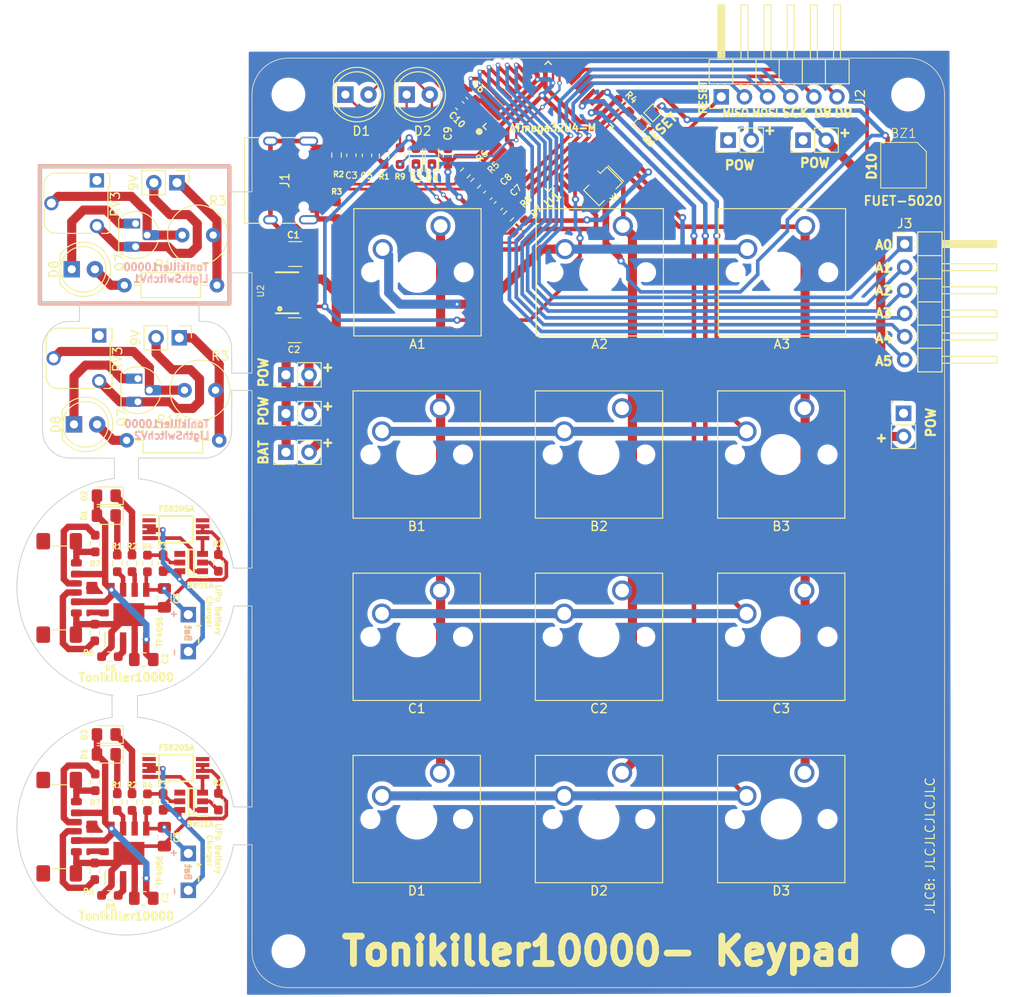
<source format=kicad_pcb>
(kicad_pcb (version 20240108) (generator "pcbnew") (generator_version "8.0")
  (layers (0 "F.Cu" signal) (31 "B.Cu" signal) (34 "B.Paste" user) (35 "F.Paste" user) (36 "B.SilkS" user "B.Silkscreen") (37 "F.SilkS" user "F.Silkscreen") (38 "B.Mask" user) (39 "F.Mask" user) (44 "Edge.Cuts" user))
  (net 0 "")
  (footprint "Capacitor_SMD:C_0805_2012Metric_Pad1.18x1.45mm_HandSolder" (layer "F.Cu") (at 112.88175 141.662179)
    (property "Reference" "C2")
    (property "Value" "10uF")
  )
  (footprint "LED_SMD:LED_0603_1608Metric_Pad1.05x0.95mm_HandSolder" (layer "F.Cu") (at 142.75605 60.217179 90)
    (property "Reference" "D3")
    (property "Value" "TX_LED")
  )
  (footprint "DW01A-G:SOT95P280X135-6N" (layer "F.Cu") (at 118.0825 104.819679 180)
    (property "Reference" "U3" (hide yes))
    (property "Value" "DW01A")
  )
  (footprint "TP4056:SOIC127P600X175-9N" (layer "F.Cu") (at 111.24925 110.532179 90)
    (property "Reference" "U1" (hide yes))
    (property "Value" "TP4056")
  )
  (footprint "MountingHole:MountingHole_3.2mm_M3" (layer "F.Cu") (at 128.75605 53.467179)
    (property "Reference" "REF**" (hide yes))
    (property "Value" "MountingHole_3.2mm_M3")
  )
  (footprint "Capacitor_SMD:C_0603_1608Metric_Pad1.08x0.95mm_HandSolder" (layer "F.Cu") (at 147.56605 54.677179 -45)
    (property "Reference" "C10")
    (property "Value" "0.1uF")
  )
  (footprint "Button_Switch_Keyboard:SW_Cherry_MX_1.00u_PCB" (layer "F.Cu") (at 145.37605 87.887179)
    (property "Reference" "SW4" (hide yes))
    (property "Value" "B1")
  )
  (footprint "TestPoint:TestPoint_Pad_1.0x1.0mm" (layer "F.Cu") (at 168.75605 55.467179 45)
    (property "Reference" "REF**" (hide yes))
    (property "Value" "TestPoint_Pad_1.0x1.0mm" (hide yes))
  )
  (footprint "Resistor_SMD:R_0603_1608Metric_Pad0.98x0.95mm_HandSolder" (layer "F.Cu") (at 121.06925 131.062179 90)
    (property "Reference" "R3")
    (property "Value" "1K" (hide yes))
  )
  (footprint "Resistor_SMD:R_0603_1608Metric_Pad0.98x0.95mm_HandSolder" (layer "F.Cu") (at 107.50675 112.497179 -90)
    (property "Reference" "R6")
    (property "Value" "5.1K" (hide yes))
  )
  (footprint "Capacitor_SMD:C_1210_3225Metric_Pad1.33x2.70mm_HandSolder" (layer "F.Cu") (at 129.44605 79.327179 180)
    (property "Reference" "C2")
    (property "Value" "100uF")
  )
  (footprint "Package_TO_SOT_THT:TO-92_HandSolder" (layer "F.Cu") (at 112.23105 84.637179 -90)
    (property "Reference" "Q7")
    (property "Value" "BC547")
  )
  (footprint "Connector_PinHeader_2.54mm:PinHeader_1x06_P2.54mm_Horizontal" (layer "F.Cu") (at 196.38105 69.867179)
    (property "Reference" "J3")
    (property "Value" "PINHD_1x6_Male")
  )
  (footprint "Resistor_SMD:R_0603_1608Metric_Pad0.98x0.95mm_HandSolder" (layer "F.Cu") (at 152.920233 66.792021 45)
    (property "Reference" "R8")
    (property "Value" "330R")
  )
  (footprint "OptoDevice:R_LDR_D6.4mm_P3.4mm_Vertical" (layer "F.Cu") (at 117.10237 68.888499)
    (property "Reference" "R3")
    (property "Value" "LDR")
  )
  (footprint "LED_SMD:LED_0805_2012Metric_Pad1.15x1.40mm_HandSolder" (layer "F.Cu") (at 108.76925 123.687179 180)
    (property "Reference" "D2" (hide yes))
    (property "Value" "D2")
  )
  (footprint "Resistor_SMD:R_0603_1608Metric_Pad0.98x0.95mm_HandSolder" (layer "F.Cu") (at 113.2825 104.919679 90)
    (property "Reference" "R4")
    (property "Value" "100R" (hide yes))
  )
  (footprint "LED_SMD:LED_0805_2012Metric_Pad1.15x1.40mm_HandSolder" (layer "F.Cu") (at 108.76925 97.487179 180)
    (property "Reference" "D2" (hide yes))
    (property "Value" "D2")
  )
  (footprint "OptoDevice:R_LDR_D6.4mm_P3.4mm_Vertical" (layer "F.Cu") (at 117.35105 85.907179)
    (property "Reference" "R3")
    (property "Value" "LDR")
  )
  (footprint "LED_SMD:LED_0805_2012Metric_Pad1.15x1.40mm_HandSolder" (layer "F.Cu") (at 108.76925 99.667179 180)
    (property "Reference" "D1" (hide yes))
    (property "Value" "D1")
  )
  (footprint "Resistor_SMD:R_0603_1608Metric_Pad0.98x0.95mm_HandSolder" (layer "F.Cu") (at 111.59425 131.107179 -90)
    (property "Reference" "R2")
    (property "Value" "1K" (hide yes))
  )
  (footprint "Connector_PinHeader_2.54mm:PinHeader_1x02_P2.54mm_Vertical" (layer "F.Cu") (at 128.48105 92.717179 90)
    (property "Reference" "REF**" (hide yes))
    (property "Value" "PinHeader_1x02_P2.54mm_Vertical")
  )
  (footprint "Button_Switch_Keyboard:SW_Cherry_MX_1.00u_PCB" (layer "F.Cu") (at 185.37605 107.887179)
    (property "Reference" "SW10" (hide yes))
    (property "Value" "C3")
  )
  (footprint "MountingHole:MountingHole_3.2mm_M3" (layer "F.Cu") (at 196.75605 147.467179)
    (property "Reference" "REF**" (hide yes))
    (property "Value" "MountingHole_3.2mm_M3")
  )
  (footprint "MountingHole:MountingHole_2.2mm_M2" (layer "F.Cu") (at 120.35105 63.107179 90)
    (property "Reference" "REF**" (hide yes))
    (property "Value" "MountingHole_2.2mm_M2")
  )
  (footprint "Capacitor_SMD:C_0603_1608Metric_Pad1.08x0.95mm_HandSolder" (layer "F.Cu") (at 115.0075 131.094679 90)
    (property "Reference" "C1")
    (property "Value" "100nF" (hide yes))
  )
  (footprint "Resistor_SMD:R_0603_1608Metric_Pad0.98x0.95mm_HandSolder" (layer "F.Cu") (at 148.176825 62.069773 -135)
    (property "Reference" "R6")
    (property "Value" "22R")
  )
  (footprint "Capacitor_SMD:C_0603_1608Metric_Pad1.08x0.95mm_HandSolder" (layer "F.Cu") (at 150.653466 64.528737 45)
    (property "Reference" "C8")
    (property "Value" "1uF")
  )
  (footprint "Button_Switch_Keyboard:SW_Cherry_MX_1.00u_PCB" (layer "F.Cu") (at 165.45605 67.887179)
    (property "Reference" "SW2" (hide yes))
    (property "Value" "A2")
  )
  (footprint "LED_THT:LED_D5.0mm" (layer "F.Cu") (at 141.73105 53.467179)
    (property "Reference" "D2")
    (property "Value" "D13")
  )
  (footprint "" (layer "F.Cu") (at 117.76925 114.587179 -90)
    (property "Reference" "J3" (hide yes))
    (property "Value" "Bat-")
  )
  (footprint "Resistor_THT:R_Axial_DIN0207_L6.3mm_D2.5mm_P10.16mm_Horizontal" (layer "F.Cu") (at 120.91237 74.388499 180)
    (property "Reference" "R14")
    (property "Value" "330R")
  )
  (footprint "Connector_USB:USB_C_Receptacle_HRO_TYPE-C-31-M-12" (layer "F.Cu") (at 127.83605 62.887179 -90)
    (property "Reference" "J1")
    (property "Value" "USB-C" (hide yes))
  )
  (footprint "Resistor_SMD:R_0603_1608Metric_Pad0.98x0.95mm_HandSolder" (layer "F.Cu") (at 107.50675 138.697179 -90)
    (property "Reference" "R6")
    (property "Value" "5.1K" (hide yes))
  )
  (footprint "Resistor_SMD:R_0603_1608Metric_Pad0.98x0.95mm_HandSolder" (layer "F.Cu") (at 149.308196 63.201144 -135)
    (property "Reference" "R5")
    (property "Value" "22R")
  )
  (footprint "Resistor_SMD:R_0603_1608Metric_Pad0.98x0.95mm_HandSolder" (layer "F.Cu") (at 113.2825 131.119679 90)
    (property "Reference" "R4")
    (property "Value" "100R" (hide yes))
  )
  (footprint "Capacitor_SMD:C_0805_2012Metric_Pad1.18x1.45mm_HandSolder" (layer "F.Cu") (at 115.14425 134.899679 -90)
    (property "Reference" "C3")
    (property "Value" "10uF")
  )
  (footprint "LED_SMD:LED_0603_1608Metric_Pad1.05x0.95mm_HandSolder" (layer "F.Cu") (at 144.50605 60.217179 90)
    (property "Reference" "D4")
    (property "Value" "RX_LED")
  )
  (footprint "78L05:PK(R-PSSO-F3)" (layer "F.Cu") (at 127.35605 75.217179 90)
    (property "Reference" "U2")
    (property "Value" "LM78L05_TO92" (hide yes))
  )
  (footprint "Resistor_SMD:R_0603_1608Metric_Pad0.98x0.95mm_HandSolder" (layer "F.Cu") (at 111.59425 104.907179 -90)
    (property "Reference" "R2")
    (property "Value" "1K" (hide yes))
  )
  (footprint "Button_Switch_Keyboard:SW_Cherry_MX_1.00u_PCB" (layer "F.Cu") (at 185.37605 127.887179)
    (property "Reference" "SW13" (hide yes))
    (property "Value" "D3")
  )
  (footprint "" (layer "F.Cu") (at 117.76925 110.537179 -90)
    (property "Reference" "J2" (hide yes))
    (property "Value" "Bat+")
  )
  (footprint "TP4056:SOIC127P600X175-9N" (layer "F.Cu") (at 111.24925 136.732179 90)
    (property "Reference" "U1" (hide yes))
    (property "Value" "TP4056")
  )
  (footprint "Crystal:Resonator_SMD_Murata_CSTxExxV-3Pin_3.0x1.1mm" (layer "F.Cu") (at 163.27605 63.537179 -135)
    (property "Reference" "Y1")
    (property "Value" "16MHz")
  )
  (footprint "Capacitor_SMD:C_0603_1608Metric_Pad1.08x0.95mm_HandSolder" (layer "F.Cu") (at 135.66605 60.117179 90)
    (property "Reference" "C3")
    (property "Value" "0.1uF" (hide yes))
  )
  (footprint "Capacitor_SMD:C_0603_1608Metric_Pad1.08x0.95mm_HandSolder" (layer "F.Cu") (at 146.25605 60.217179 -90)
    (property "Reference" "C9")
    (property "Value" "1uF")
  )
  (footprint "" (layer "F.Cu") (at 117.76925 140.787179 -90)
    (property "Reference" "J3" (hide yes))
    (property "Value" "Bat-")
  )
  (footprint "Button_Switch_Keyboard:SW_Cherry_MX_1.00u_PCB" (layer "F.Cu") (at 165.37605 107.887179)
    (property "Reference" "SW9" (hide yes))
    (property "Value" "C2")
  )
  (footprint "Package_TO_SOT_THT:TO-92_HandSolder" (layer "F.Cu") (at 111.98237 67.618499 -90)
    (property "Reference" "Q7")
    (property "Value" "BC547")
  )
  (footprint "DW01A-G:SOT95P280X135-6N" (layer "F.Cu") (at 118.0825 131.019679 180)
    (property "Reference" "U3" (hide yes))
    (property "Value" "DW01A")
  )
  (footprint "Resistor_SMD:R_0603_1608Metric_Pad0.98x0.95mm_HandSolder" (layer "F.Cu") (at 121.06925 104.862179 90)
    (property "Reference" "R3")
    (property "Value" "1K" (hide yes))
  )
  (footprint "Connector_PinHeader_2.54mm:PinHeader_1x06_P2.54mm_Horizontal" (layer "F.Cu") (at 176.25605 53.717179 90)
    (property "Reference" "J2")
    (property "Value" "PINHD_1x6_Male")
  )
  (footprint "MountingHole:MountingHole_3.2mm_M3" (layer "F.Cu") (at 128.75605 147.467179)
    (property "Reference" "REF**" (hide yes))
    (property "Value" "MountingHole_3.2mm_M3")
  )
  (footprint "Connector_PinHeader_2.54mm:PinHeader_1x02_P2.54mm_Vertical" (layer "F.Cu") (at 116.77605 80.157179 -90)
    (property "Reference" "BT1" (hide yes))
    (property "Value" "9V")
  )
  (footprint "TestPoint:TestPoint_Pad_1.0x1.0mm" (layer "F.Cu") (at 167.50605 56.717179 45)
    (property "Reference" "REF**" (hide yes))
    (property "Value" "TestPoint_Pad_1.0x1.0mm" (hide yes))
  )
  (footprint "Buzzer_Beeper:FUET-5020" (layer "F.Cu") (at 196.25605 61.217179 -90)
    (property "Reference" "BZ1")
    (property "Value" "Buzzer")
  )
  (footprint "Button_Switch_Keyboard:SW_Cherry_MX_1.00u_PCB" (layer "F.Cu") (at 185.37605 87.887179)
    (property "Reference" "SW7" (hide yes))
    (property "Value" "B3")
  )
  (footprint "LED_THT:LED_D5.0mm" (layer "F.Cu") (at 105.22605 89.657179)
    (property "Reference" "D8")
    (property "Value" "RED")
  )
  (footprint "ATmega32U4" (layer "F.Cu") (at 157.25605 56.967179 45)
    (property "Reference" "U1")
    (property "Value" "ATmega32U4-M")
  )
  (footprint "Button_Switch_Keyboard:SW_Cherry_MX_1.00u_PCB" (layer "F.Cu") (at 165.37605 87.887179)
    (property "Reference" "SW6" (hide yes))
    (property "Value" "B2")
  )
  (footprint "Resistor_SMD:R_0603_1608Metric_Pad0.98x0.95mm_HandSolder" (layer "F.Cu") (at 134.03605 60.117179 90)
    (property "Reference" "R2")
    (property "Value" "5K1" (hide yes))
  )
  (footprint "LED_THT:LED_D5.0mm" (layer "F.Cu") (at 135.00605 53.467179)
    (property "Reference" "D1")
    (property "Value" "POW")
  )
  (footprint "Resistor_SMD:R_0603_1608Metric_Pad0.98x0.95mm_HandSolder" (layer "F.Cu") (at 139.25605 60.217179 90)
    (property "Reference" "R1")
    (property "Value" "1K" (hide yes))
  )
  (footprint "Resistor_SMD:R_0603_1608Metric_Pad0.98x0.95mm_HandSolder" (layer "F.Cu") (at 107.55675 102.737179 90)
    (property "Reference" "R7")
    (property "Value" "5.1K" (hide yes))
  )
  (footprint "Resistor_SMD:R_0603_1608Metric_Pad0.98x0.95mm_HandSolder" (layer "F.Cu") (at 134.03605 66.159679 -90)
    (property "Reference" "R3")
    (property "Value" "5K1" (hide yes))
  )
  (footprint "Capacitor_SMD:C_0805_2012Metric_Pad1.18x1.45mm_HandSolder" (layer "F.Cu") (at 112.88175 115.462179)
    (property "Reference" "C2")
    (property "Value" "10uF")
  )
  (footprint "Button_Switch_Keyboard:SW_Cherry_MX_1.00u_PCB" (layer "F.Cu") (at 145.45605 67.887179)
    (property "Reference" "SW1" (hide yes))
    (property "Value" "A1")
  )
  (footprint "Resistor_THT:R_Axial_DIN0207_L6.3mm_D2.5mm_P10.16mm_Horizontal" (layer "F.Cu") (at 121.16105 91.407179 180)
    (property "Reference" "R14")
    (property "Value" "330R")
  )
  (footprint "Connector_PinHeader_2.54mm:PinHeader_1x02_P2.54mm_Vertical" (layer "F.Cu") (at 196.25605 88.442179)
    (property "Reference" "REF**" (hide yes))
    (property "Value" "PinHeader_1x02_P2.54mm_Vertical")
  )
  (footprint "" (layer "F.Cu") (at 117.76925 136.737179 -90)
    (property "Reference" "J2" (hide yes))
    (property "Value" "Bat+")
  )
  (footprint "Capacitor_SMD:C_0603_1608Metric_Pad1.08x0.95mm_HandSolder" (layer "F.Cu") (at 148.700059 53.502355 135)
    (property "Reference" "C6")
    (property "Value" "0.1uF")
  )
  (footprint "Connector_PinHeader_2.54mm:PinHeader_1x02_P2.54mm_Vertical" (layer "F.Cu") (at 185.23105 58.467179 90)
    (property "Reference" "REF**" (hide yes))
    (property "Value" "PinHeader_1x02_P2.54mm_Vertical")
  )
  (footprint "LED_SMD:LED_0805_2012Metric_Pad1.15x1.40mm_HandSolder" (layer "F.Cu") (at 108.76925 125.867179 180)
    (property "Reference" "D1" (hide yes))
    (property "Value" "D1")
  )
  (footprint "Connector_PinHeader_2.54mm:PinHeader_1x02_P2.54mm_Vertical" (layer "F.Cu") (at 116.52737 63.138499 -90)
    (property "Reference" "BT1" (hide yes))
    (property "Value" "9V")
  )
  (footprint "Button_Switch_Keyboard:SW_Cherry_MX_1.00u_PCB" (layer "F.Cu") (at 145.37605 107.887179)
    (property "Reference" "SW8" (hide yes))
    (property "Value" "C1")
  )
  (footprint "Capacitor_SMD:C_0603_1608Metric_Pad1.08x0.95mm_HandSolder" (layer "F.Cu") (at 151.80605 65.667179 -135)
    (property "Reference" "C7")
    (property "Value" "1uF")
  )
  (footprint "Capacitor_SMD:C_0603_1608Metric_Pad1.08x0.95mm_HandSolder" (layer "F.Cu") (at 115.0075 104.894679 90)
    (property "Reference" "C1")
    (property "Value" "100nF" (hide yes))
  )
  (footprint "Resistor_SMD:R_0603_1608Metric_Pad0.98x0.95mm_HandSolder" (layer "F.Cu") (at 109.97425 131.107179 -90)
    (property "Reference" "R1")
    (property "Value" "1K" (hide yes))
  )
  (footprint "Potentiometer_THT:Potentiometer_Runtron_RM-065_Vertical" (layer "F.Cu") (at 107.74237 62.888499 -90)
    (property "Reference" "RV3")
    (property "Value" "100K")
  )
  (footprint "Button_Switch_Keyboard:SW_Cherry_MX_1.00u_PCB" (layer "F.Cu") (at 145.37605 127.887179)
    (property "Reference" "SW11" (hide yes))
    (property "Value" "D1")
  )
  (footprint "Connector_USB:USB_C_Receptacle_GCT_USB4135-GF-A_6P_TopMnt_Horizontal" (layer "F.Cu") (at 102.45425 107.607179 -90)
    (property "Reference" "J1" (hide yes))
    (property "Value" "USB_C_Receptacle_PowerOnly_6P")
  )
  (footprint "MountingHole:MountingHole_3.2mm_M3" (layer "F.Cu") (at 196.75605 53.467179)
    (property "Reference" "REF**" (hide yes))
    (property "Value" "MountingHole_3.2mm_M3")
  )
  (footprint "FS8205A:SOP65P640X120-8N" (layer "F.Cu") (at 116.40725 127.362179)
    (property "Reference" "U2" (hide yes))
    (property "Value" "FS8205A")
  )
  (footprint "FS8205A:SOP65P640X120-8N" (layer "F.Cu") (at 116.40725 101.162179)
    (property "Reference" "U2" (hide yes))
    (property "Value" "FS8205A")
  )
  (footprint "LED_THT:LED_D5.0mm" (layer "F.Cu") (at 104.97737 72.638499)
    (property "Reference" "D8")
    (property "Value" "RED")
  )
  (footprint "Button_Switch_Keyboard:SW_Cherry_MX_1.00u_PCB" (layer "F.Cu") (at 165.37605 127.887179)
    (property "Reference" "SW12" (hide yes))
    (property "Value" "D2")
  )
  (footprint "Resistor_SMD:R_0603_1608Metric_Pad0.98x0.95mm_HandSolder" (layer "F.Cu") (at 109.16925 115.145179)
    (property "Reference" "R5")
    (property "Value" "1.2K" (hide yes))
  )
  (footprint "Connector_PinHeader_2.54mm:PinHeader_1x02_P2.54mm_Vertical" (layer "F.Cu") (at 128.48105 84.217179 90)
    (property "Reference" "REF**" (hide yes))
    (property "Value" "PinHeader_1x02_P2.54mm_Vertical")
  )
  (footprint "Capacitor_SMD:C_0603_1608Metric_Pad1.08x0.95mm_HandSolder" (layer "F.Cu") (at 137.37855 60.142179 90)
    (property "Reference" "C5")
    (property "Value" "10uF" (hide yes))
  )
  (footprint "Resistor_SMD:R_0603_1608Metric_Pad0.98x0.95mm_HandSolder" (layer "F.Cu") (at 107.55675 128.937179 90)
    (property "Reference" "R7")
    (property "Value" "5.1K" (hide yes))
  )
  (footprint "Connector_USB:USB_C_Receptacle_GCT_USB4135-GF-A_6P_TopMnt_Horizontal" (layer "F.Cu") (at 102.45425 133.807179 -90)
    (property "Reference" "J1" (hide yes))
    (property "Value" "USB_C_Receptacle_PowerOnly_6P")
  )
  (footprint "Resistor_SMD:R_0603_1608Metric_Pad0.98x0.95mm_HandSolder" (layer "F.Cu") (at 154.06605 67.940403 45)
    (property "Reference" "R7")
    (property "Value" "330R")
  )
  (footprint "Potentiometer_THT:Potentiometer_Runtron_RM-065_Vertical" (layer "F.Cu") (at 107.99105 79.907179 -90)
    (property "Reference" "RV3")
    (property "Value" "100K")
  )
  (footprint "Resistor_SMD:R_0603_1608Metric_Pad0.98x0.95mm_HandSolder" (layer "F.Cu") (at 109.16925 141.345179)
    (property "Reference" "R5")
    (property "Value" "1.2K" (hide yes))
  )
  (footprint "Button_Switch_Keyboard:SW_Cherry_MX_1.00u_PCB" (layer "F.Cu") (at 185.45605 67.887179)
    (property "Reference" "SW3" (hide yes))
    (property "Value" "A3")
  )
  (footprint "Capacitor_SMD:C_0805_2012Metric_Pad1.18x1.45mm_HandSolder" (layer "F.Cu") (at 115.14425 108.699679 -90)
    (property "Reference" "C3")
    (property "Value" "10uF")
  )
  (footprint "Resistor_SMD:R_0603_1608Metric_Pad0.98x0.95mm_HandSolder" (layer "F.Cu") (at 109.97425 104.907179 -90)
    (property "Reference" "R1")
    (property "Value" "1K" (hide yes))
  )
  (footprint "Capacitor_SMD:C_1210_3225Metric_Pad1.33x2.70mm_HandSolder" (layer "F.Cu") (at 129.50605 70.967179 180)
    (property "Reference" "C1")
    (property "Value" "100uF")
  )
  (footprint "Resistor_SMD:R_0603_1608Metric_Pad0.98x0.95mm_HandSolder" (layer "F.Cu") (at 141.00605 60.217179 -90)
    (property "Reference" "R9")
    (property "Value" "1K" (hide yes))
  )
  (footprint "Resistor_SMD:R_0603_1608Metric_Pad0.98x0.95mm_HandSolder" (layer "F.Cu") (at 165.50605 54.717179 -45)
    (property "Reference" "R4")
    (property "Value" "10K")
  )
  (footprint "Connector_PinHeader_2.54mm:PinHeader_1x02_P2.54mm_Vertical" (layer "F.Cu") (at 177.00605 58.467179 90)
    (property "Reference" "REF**" (hide yes))
    (property "Value" "PinHeader_1x02_P2.54mm_Vertical")
  )
  (footprint "Connector_PinHeader_2.54mm:PinHeader_1x02_P2.54mm_Vertical" (layer "F.Cu") (at 128.48105 88.467179 90)
    (property "Reference" "REF**" (hide yes))
    (property "Value" "PinHeader_1x02_P2.54mm_Vertical")
  )
  (gr_rect (start 101.47737 61.338499) (end 122.27737 76.388499) (stroke (width 0.5)) (fill none) (layer "B.SilkS"))
  (gr_circle (center 149.68605 57.527179) (end 149.98605 57.527179) (stroke (width 0.15)) (fill solid) (layer "F.SilkS"))
  (gr_line (start 104.77605 93.357179) (end 109.65 93.375) (stroke (width 0.1)) (layer "Edge.Cuts"))
  (gr_line (start 109.4 119.374999) (end 109.412812 121.824408) (stroke (width 0.1)) (layer "Edge.Cuts"))
  (gr_line (start 124.75605 109.582179) (end 124.75605 131.632179) (stroke (width 0.1)) (layer "Edge.Cuts"))
  (gr_arc (start 200.75605 147.467179) (mid 199.584477 150.295606) (end 196.75605 151.467179) (stroke (width 0.1)) (layer "Edge.Cuts"))
  (gr_line (start 196.75605 151.467179) (end 128.75605 151.467179) (stroke (width 0.1)) (layer "Edge.Cuts"))
  (gr_line (start 112.197113 119.422545) (end 112.2 121.800001) (stroke (width 0.1)) (layer "Edge.Cuts"))
  (gr_line (start 101.52737 61.338499) (end 101.52737 76.338499) (stroke (width 0.1)) (layer "Edge.Cuts"))
  (gr_line (start 101.77605 90.357179) (end 101.77605 81.357179) (stroke (width 0.1)) (layer "Edge.Cuts"))
  (gr_arc (start 112.300974 95.616464) (mid 119.14716 98.792704) (end 122.731262 105.434463) (stroke (width 0.1)) (layer "Edge.Cuts"))
  (gr_arc (start 122.52605 90.357179) (mid 121.64737 92.478499) (end 119.52605 93.357179) (stroke (width 0.1)) (layer "Edge.Cuts"))
  (gr_line (start 122.28105 64.132179) (end 124.75605 64.132179) (stroke (width 0.1)) (layer "Edge.Cuts"))
  (gr_line (start 122.741754 109.59632) (end 124.75605 109.582179) (stroke (width 0.1)) (layer "Edge.Cuts"))
  (gr_line (start 122.27737 61.338499) (end 101.52737 61.338499) (stroke (width 0.1)) (layer "Edge.Cuts"))
  (gr_arc (start 101.77605 81.357179) (mid 102.65473 79.235859) (end 104.77605 78.357179) (stroke (width 0.1)) (layer "Edge.Cuts"))
  (gr_line (start 124.75605 73.025) (end 122.28105 73.025) (stroke (width 0.1)) (layer "Edge.Cuts"))
  (gr_line (start 105.825 78.35) (end 105.825 76.35) (stroke (width 0.1)) (layer "Edge.Cuts"))
  (gr_line (start 122.53105 85.932179) (end 122.52605 90.357179) (stroke (width 0.1)) (layer "Edge.Cuts"))
  (gr_line (start 124.75605 84.032179) (end 122.53105 84.032179) (stroke (width 0.1)) (layer "Edge.Cuts"))
  (gr_line (start 118.95 78.35) (end 119.52605 78.357179) (stroke (width 0.1)) (layer "Edge.Cuts"))
  (gr_arc (start 122.741753 109.59632) (mid 119.112278 116.272389) (end 112.197113 119.422545) (stroke (width 0.1)) (layer "Edge.Cuts"))
  (gr_line (start 112.3 95.625) (end 112.3 93.35) (stroke (width 0.1)) (layer "Edge.Cuts"))
  (gr_arc (start 104.77605 93.357179) (mid 102.65473 92.478499) (end 101.77605 90.357179) (stroke (width 0.1)) (layer "Edge.Cuts"))
  (gr_line (start 200.75605 53.467179) (end 200.75605 147.467179) (stroke (width 0.1)) (layer "Edge.Cuts"))
  (gr_line (start 118.95 78.35) (end 118.95 76.35) (stroke (width 0.1)) (layer "Edge.Cuts"))
  (gr_line (start 109.65 95.6) (end 109.65 93.375) (stroke (width 0.1)) (layer "Edge.Cuts"))
  (gr_line (start 122.744249 105.432179) (end 124.75605 105.432179) (stroke (width 0.1)) (layer "Edge.Cuts"))
  (gr_arc (start 109.547004 119.402713) (mid 98.96705 107.455354) (end 109.65 95.600001) (stroke (width 0.1)) (layer "Edge.Cuts"))
  (gr_arc (start 196.75605 49.467179) (mid 199.584477 50.638752) (end 200.75605 53.467179) (stroke (width 0.1)) (layer "Edge.Cuts"))
  (gr_line (start 124.75605 85.932179) (end 124.75605 105.432179) (stroke (width 0.1)) (layer "Edge.Cuts"))
  (gr_line (start 118.95 76.35) (end 122.27737 76.338499) (stroke (width 0.1)) (layer "Edge.Cuts"))
  (gr_line (start 124.75605 54.957179) (end 124.75605 64.132179) (stroke (width 0.1)) (layer "Edge.Cuts"))
  (gr_line (start 122.28105 73.025) (end 122.27737 76.338499) (stroke (width 0.1)) (layer "Edge.Cuts"))
  (gr_line (start 128.75605 49.467179) (end 196.75605 49.467179) (stroke (width 0.1)) (layer "Edge.Cuts"))
  (gr_line (start 124.75605 85.932179) (end 122.53105 85.932179) (stroke (width 0.1)) (layer "Edge.Cuts"))
  (gr_arc (start 112.2 121.800001) (mid 119.113544 124.953869) (end 122.736528 131.633536) (stroke (width 0.1)) (layer "Edge.Cuts"))
  (gr_line (start 124.75605 53.467179) (end 124.75605 54.957179) (stroke (width 0.1)) (layer "Edge.Cuts"))
  (gr_arc (start 124.75605 53.467179) (mid 125.927623 50.638752) (end 128.75605 49.467179) (stroke (width 0.1)) (layer "Edge.Cuts"))
  (gr_arc (start 119.52605 78.357179) (mid 121.64737 79.235859) (end 122.52605 81.357179) (stroke (width 0.1)) (layer "Edge.Cuts"))
  (gr_arc (start 122.741753 135.796319) (mid 102.275248 141.977245) (end 109.412812 121.824408) (stroke (width 0.1)) (layer "Edge.Cuts"))
  (gr_line (start 122.744249 131.632178) (end 124.75605 131.632179) (stroke (width 0.1)) (layer "Edge.Cuts"))
  (gr_line (start 124.75605 73.025) (end 124.75605 84.032179) (stroke (width 0.1)) (layer "Edge.Cuts"))
  (gr_arc (start 128.75605 151.467179) (mid 125.927623 150.295606) (end 124.75605 147.467179) (stroke (width 0.1)) (layer "Edge.Cuts"))
  (gr_line (start 105.825 78.35) (end 104.77605 78.357179) (stroke (width 0.1)) (layer "Edge.Cuts"))
  (gr_line (start 122.741754 135.796319) (end 124.75605 135.782179) (stroke (width 0.1)) (layer "Edge.Cuts"))
  (gr_line (start 122.27737 61.338499) (end 122.28105 64.132179) (stroke (width 0.1)) (layer "Edge.Cuts"))
  (gr_line (start 124.75605 135.782179) (end 124.75605 147.467179) (stroke (width 0.1)) (layer "Edge.Cuts"))
  (gr_line (start 119.52605 93.357179) (end 112.3 93.35) (stroke (width 0.1)) (layer "Edge.Cuts"))
  (gr_line (start 101.52737 76.338499) (end 105.825 76.35) (stroke (width 0.1)) (layer "Edge.Cuts"))
  (gr_line (start 122.53105 84.032179) (end 122.52605 81.357179) (stroke (width 0.1)) (layer "Edge.Cuts"))
  (gr_text "Bat\n\n" (at 116.19425 139.762179 -90) (layer "B.SilkS") (effects (font (size 0.7 0.7) (thickness 0.16) (bold yes)) (justify left bottom mirror)))
  (gr_text "+" (at 115.81925 111.012179 -90) (layer "B.SilkS") (effects (font (size 0.7 0.7) (thickness 0.16) (bold yes)) (justify left bottom mirror)))
  (gr_text "Tonikiller10000\nLigthSwitchV2" (at 120.20105 91.357179 0) (layer "B.SilkS") (effects (font (size 0.8 0.8) (thickness 0.2) (bold yes)) (justify left bottom mirror)))
  (gr_text "Tonikiller10000\nLigthSwitchV1" (at 120.10105 74.157179 0) (layer "B.SilkS") (effects (font (size 0.8 0.8) (thickness 0.2) (bold yes)) (justify left bottom mirror)))
  (gr_text "Bat\n\n" (at 116.19425 113.562179 -90) (layer "B.SilkS") (effects (font (size 0.7 0.7) (thickness 0.16) (bold yes)) (justify left bottom mirror)))
  (gr_text "+" (at 115.81925 137.212179 -90) (layer "B.SilkS") (effects (font (size 0.7 0.7) (thickness 0.16) (bold yes)) (justify left bottom mirror)))
  (gr_text "-" (at 115.89425 115.237179 -90) (layer "B.SilkS") (effects (font (size 0.7 0.7) (thickness 0.16) (bold yes)) (justify left bottom mirror)))
  (gr_text "-" (at 115.89425 141.437179 -90) (layer "B.SilkS") (effects (font (size 0.7 0.7) (thickness 0.16) (bold yes)) (justify left bottom mirror)))
  (gr_text "JLC8: JLCJLCJLCJLC\n" (at 199.75 135.9 90) (layer "F.SilkS") (effects (font (size 1 1) (thickness 0.125)) (justify bottom)))
  (gr_text "A0" (at 193.00605 69.967179 0) (layer "F.SilkS") (effects (font (size 1 1) (thickness 0.25) (bold yes)) (justify left)))
  (gr_text "+" (at 193.75605 91.967179 90) (layer "F.SilkS") (effects (font (size 1 1) (thickness 0.25) (bold yes)) (justify left)))
  (gr_text "BAT" (at 126.00605 94.217179 90) (layer "F.SilkS") (effects (font (size 1 1) (thickness 0.25) (bold yes)) (justify left)))
  (gr_text "A2" (at 193.00605 74.967179 0) (layer "F.SilkS") (effects (font (size 1 1) (thickness 0.25) (bold yes)) (justify left)))
  (gr_text "+" (at 118.54425 137.412179 -90) (layer "F.SilkS") (effects (font (size 0.7 0.7) (thickness 0.16) (bold yes)) (justify left bottom)))
  (gr_text "LiPo Battery \nCharger" (at 120.59425 110.237179 -90) (layer "F.SilkS") (effects (font (size 0.6 0.6) (thickness 0.15) (bold yes))))
  (gr_text "MOSI" (at 179.50605 55.467179 0) (layer "F.SilkS") (effects (font (size 0.8 0.8) (thickness 0.2) (bold yes)) (justify left)))
  (gr_text "Tonikiller10000" (at 110.96925 117.412179 0) (layer "F.SilkS") (effects (font (size 0.9 0.9) (thickness 0.225) (bold yes))))
  (gr_text "-" (at 118.54425 112.812179 -90) (layer "F.SilkS") (effects (font (size 0.7 0.7) (thickness 0.16) (bold yes)) (justify left bottom)))
  (gr_text "POW" (at 184.75605 60.967179 0) (layer "F.SilkS") (effects (font (size 1 1) (thickness 0.25) (bold yes)) (justify left)))
  (gr_text "POW" (at 126.00605 85.717179 90) (layer "F.SilkS") (effects (font (size 1 1) (thickness 0.25) (bold yes)) (justify left)))
  (gr_text "SCK" (at 182.75605 55.467179 0) (layer "F.SilkS") (effects (font (size 1 1) (thickness 0.25) (bold yes)) (justify left)))
  (gr_text "+" (at 133.00605 88.467179 90) (layer "F.SilkS") (effects (font (size 1 1) (thickness 0.25) (bold yes)) (justify left)))
  (gr_text "Bat\n\n" (at 116.19425 137.762179 -90) (layer "F.SilkS") (effects (font (size 0.7 0.7) (thickness 0.16) (bold yes)) (justify left bottom)))
  (gr_text "D10\n" (at 192.75605 62.967179 90) (layer "F.SilkS") (effects (font (size 1 1) (thickness 0.25) (bold yes)) (justify left)))
  (gr_text "Tonikiller10000- Keypad" (at 134.25605 147.467179 0) (layer "F.SilkS") (effects (font (size 3 3) (thickness 0.75) (bold yes)) (justify left)))
  (gr_text "+" (at 181.50605 58.217179 90) (layer "F.SilkS") (effects (font (size 1 1) (thickness 0.25) (bold yes)) (justify left)))
  (gr_text "MISO\n" (at 176.25605 55.467179 0) (layer "F.SilkS") (effects (font (size 0.8 0.8) (thickness 0.2) (bold yes)) (justify left)))
  (gr_text "+" (at 189.75605 58.467179 90) (layer "F.SilkS") (effects (font (size 1 1) (thickness 0.25) (bold yes)) (justify left)))
  (gr_text "POW" (at 126.00605 89.967179 90) (layer "F.SilkS") (effects (font (size 1 1) (thickness 0.25) (bold yes)) (justify left)))
  (gr_text "A5" (at 193.00605 82.717179 0) (layer "F.SilkS") (effects (font (size 1 1) (thickness 0.25) (bold yes)) (justify left)))
  (gr_text "POW" (at 176.50605 61.217179 0) (layer "F.SilkS") (effects (font (size 1 1) (thickness 0.25) (bold yes)) (justify left)))
  (gr_text "+" (at 118.54425 111.212179 -90) (layer "F.SilkS") (effects (font (size 0.7 0.7) (thickness 0.16) (bold yes)) (justify left bottom)))
  (gr_text "RESET" (at 168.25605 59.467179 45) (layer "F.SilkS") (effects (font (size 1 1) (thickness 0.25) (bold yes)) (justify left bottom)))
  (gr_text "RESET\n" (at 174.25605 55.717179 90) (layer "F.SilkS") (effects (font (size 0.8 0.8) (thickness 0.2) (bold yes)) (justify left)))
  (gr_text "A1" (at 193.00605 72.467179 0) (layer "F.SilkS") (effects (font (size 1 1) (thickness 0.25) (bold yes)) (justify left)))
  (gr_text "+" (at 133.00605 92.467179 90) (layer "F.SilkS") (effects (font (size 1 1) (thickness 0.25) (bold yes)) (justify left)))
  (gr_text "D9" (at 188.50605 55.467179 0) (layer "F.SilkS") (effects (font (size 1 1) (thickness 0.25) (bold yes)) (justify left)))
  (gr_text "A3" (at 193.00605 77.467179 0) (layer "F.SilkS") (effects (font (size 1 1) (thickness 0.25) (bold yes)) (justify left)))
  (gr_text "Bat\n\n" (at 116.19425 111.562179 -90) (layer "F.SilkS") (effects (font (size 0.7 0.7) (thickness 0.16) (bold yes)) (justify left bottom)))
  (gr_text "+" (at 133.00605 84.217179 90) (layer "F.SilkS") (effects (font (size 1 1) (thickness 0.25) (bold yes)) (justify left)))
  (gr_text "-" (at 118.54425 139.012179 -90) (layer "F.SilkS") (effects (font (size 0.7 0.7) (thickness 0.16) (bold yes)) (justify left bottom)))
  (gr_text "A4" (at 193.00605 80.217179 0) (layer "F.SilkS") (effects (font (size 1 1) (thickness 0.25) (bold yes)) (justify left)))
  (gr_text "POW" (at 199.25605 91.217179 90) (layer "F.SilkS") (effects (font (size 1 1) (thickness 0.25) (bold yes)) (justify left)))
  (gr_text "Tonikiller10000" (at 110.96925 143.612179 0) (layer "F.SilkS") (effects (font (size 0.9 0.9) (thickness 0.225) (bold yes))))
  (gr_text "D8" (at 186.25605 55.467179 0) (layer "F.SilkS") (effects (font (size 1 1) (thickness 0.25) (bold yes)) (justify left)))
  (gr_text "LiPo Battery \nCharger" (at 120.59425 136.437179 -90) (layer "F.SilkS") (effects (font (size 0.6 0.6) (thickness 0.15) (bold yes))))
  (segment (start 152.75605 57.404007) (end 156.599464 53.560593) (width 0.5) (layer "F.Cu") (net 0))
  (segment (start 116.25237 70.888499) (end 118.00237 70.888499) (width 1) (layer "F.Cu") (net 0))
  (segment (start 130.96605 67.207179) (end 133.062826 67.207179) (width 0.4) (layer "F.Cu") (net 0))
  (segment (start 175.75605 87.217179) (end 179.00605 90.467179) (width 0.5) (layer "F.Cu") (net 0))
  (segment (start 163.75605 69.717179) (end 163.75605 70.217179) (width 0.4) (layer "F.Cu") (net 0))
  (segment (start 164.353903 55.727904) (end 165.864628 54.217179) (width 0.25) (layer "F.Cu") (net 0))
  (segment (start 111.59425 103.994679) (end 111.59425 99.287179) (width 0.7) (layer "F.Cu") (net 0))
  (segment (start 149.743025 51.717179) (end 152.065462 54.039616) (width 0.4) (layer "F.Cu") (net 0))
  (segment (start 147.118551 60.217179) (end 146.25605 61.07968) (width 0.5) (layer "F.Cu") (net 0))
  (segment (start 107.50675 111.584679) (end 105.48675 111.584679) (width 0.7) (layer "F.Cu") (net 0))
  (segment (start 153.55605 66.137368) (end 153.565468 66.146786) (width 0.5) (layer "F.Cu") (net 0))
  (segment (start 145.50605 70.467179) (end 154.00605 70.467179) (width 0.5) (layer "F.Cu") (net 0))
  (segment (start 163.66605 61.127179) (end 165.50605 62.967179) (width 0.5) (layer "F.Cu") (net 0))
  (segment (start 119.34525 100.837179) (end 119.34525 101.487179) (width 0.4) (layer "F.Cu") (net 0))
  (segment (start 107.50675 113.409679) (end 106.60925 114.307179) (width 0.7) (layer "F.Cu") (net 0))
  (segment (start 104.50675 134.307179) (end 105.48675 134.307179) (width 0.7) (layer "F.Cu") (net 0))
  (segment (start 104.97737 67.413499) (end 104.97737 72.638499) (width 1) (layer "F.Cu") (net 0))
  (segment (start 121.16105 87.157179) (end 121.16105 86.317179) (width 1) (layer "F.Cu") (net 0))
  (segment (start 118.75237 67.638499) (end 117.75237 66.638499) (width 1) (layer "F.Cu") (net 0))
  (segment (start 146.25605 54.767419) (end 146.95617 54.067299) (width 0.25) (layer "F.Cu") (net 0))
  (segment (start 144.50605 59.342179) (end 144.518549 59.342179) (width 0.25) (layer "F.Cu") (net 0))
  (segment (start 137.40605 59.279679) (end 139.25605 61.129679) (width 0.5) (layer "F.Cu") (net 0))
  (segment (start 167.50605 54.217179) (end 168.75605 55.467179) (width 0.25) (layer "F.Cu") (net 0))
  (segment (start 161.50605 67.217179) (end 161.428061 67.295168) (width 0.5) (layer "F.Cu") (net 0))
  (segment (start 111.98237 70.158499) (end 110.01237 70.158499) (width 1) (layer "F.Cu") (net 0))
  (segment (start 111.59425 105.819679) (end 111.88425 106.109679) (width 0.5) (layer "F.Cu") (net 0))
  (segment (start 164.03605 64.767179) (end 164.03605 64.297179) (width 0.4) (layer "F.Cu") (net 0))
  (segment (start 120.91237 70.138499) (end 120.91237 69.298499) (width 1) (layer "F.Cu") (net 0))
  (segment (start 109.51605 91.407179) (end 107.76605 89.657179) (width 1) (layer "F.Cu") (net 0))
  (segment (start 116.8325 106.623929) (end 116.80675 106.649679) (width 0.4) (layer "F.Cu") (net 0))
  (segment (start 161.00605 54.330731) (end 161.00605 54.717179) (width 0.5) (layer "F.Cu") (net 0))
  (segment (start 163.75605 65.047179) (end 163.75605 69.717179) (width 0.4) (layer "F.Cu") (net 0))
  (segment (start 119.3325 105.769679) (end 118.4825 105.769679) (width 0.4) (layer "F.Cu") (net 0))
  (segment (start 160.75605 69.217179) (end 160.75605 71.217179) (width 0.4) (layer "F.Cu") (net 0))
  (segment (start 158.50605 51.19113) (end 158.50605 52.217179) (width 0.25) (layer "F.Cu") (net 0))
  (segment (start 149.480001 60.217179) (end 147.118551 60.217179) (width 0.5) (layer "F.Cu") (net 0))
  (segment (start 114.99425 127.437179) (end 113.54425 127.437179) (width 0.5) (layer "F.Cu") (net 0))
  (segment (start 116.8325 131.019679) (end 115.795 131.019679) (width 0.4) (layer "F.Cu") (net 0))
  (segment (start 172.75605 57.217179) (end 176.25605 53.717179) (width 0.4) (layer "F.Cu") (net 0))
  (segment (start 110.19675 111.584679) (end 111.24925 110.532179) (width 0.7) (layer "F.Cu") (net 0))
  (segment (start 133.995455 63.846379) (end 148.662961 63.846379) (width 0.3) (layer "F.Cu") (net 0))
  (segment (start 109.00105 83.157179) (end 106.50105 83.157179) (width 1) (layer "F.Cu") (net 0))
  (segment (start 114.98625 134.020179) (end 115.14425 133.862179) (width 0.4) (layer "F.Cu") (net 0))
  (segment (start 160.25605 57.217179) (end 156.599464 53.560593) (width 0.5) (layer "F.Cu") (net 0))
  (segment (start 113.46925 100.837179) (end 113.46925 101.162179) (width 0.4) (layer "F.Cu") (net 0))
  (segment (start 142.77105 51.967179) (end 139.04605 51.967179) (width 0.25) (layer "F.Cu") (net 0))
  (segment (start 129.25605 65.217179) (end 129.25605 67.467179) (width 0.4) (layer "F.Cu") (net 0))
  (segment (start 131.88105 59.637179) (end 131.88105 59.219679) (width 0.5) (layer "F.Cu") (net 0))
  (segment (start 118.00237 70.888499) (end 118.75237 70.138499) (width 1) (layer "F.Cu") (net 0))
  (segment (start 112.23105 87.177179) (end 115.77105 87.177179) (width 1) (layer "F.Cu") (net 0))
  (segment (start 111.98237 70.158499) (end 115.52237 70.158499) (width 1) (layer "F.Cu") (net 0))
  (segment (start 159.75605 73.717179) (end 155.25605 78.217179) (width 0.4) (layer "F.Cu") (net 0))
  (segment (start 131.60355 59.204679) (end 130.96605 58.567179) (width 0.5) (layer "F.Cu") (net 0))
  (segment (start 163.42105 66.072179) (end 163.42105 69.217179) (width 0.4) (layer "F.Cu") (net 0))
  (segment (start 106.50105 83.157179) (end 105.22605 84.432179) (width 1) (layer "F.Cu") (net 0))
  (segment (start 104.10675 127.587179) (end 104.59675 127.097179) (width 0.7) (layer "F.Cu") (net 0))
  (segment (start 163.75605 70.217179) (end 165.25605 71.717179) (width 0.4) (layer "F.Cu") (net 0))
  (segment (start 104.00675 134.807179) (end 104.50675 134.307179) (width 0.7) (layer "F.Cu") (net 0))
  (segment (start 121.16105 87.157179) (end 121.16105 83.067179) (width 1) (layer "F.Cu") (net 0))
  (segment (start 146.95617 54.067299) (end 144.10605 51.217179) (width 0.5) (layer "F.Cu") (net 0))
  (segment (start 162.427522 64.385707) (end 161.55605 63.514235) (width 0.5) (layer "F.Cu") (net 0))
  (segment (start 151.823096 57.070133) (end 151.719405 57.070133) (width 0.5) (layer "F.Cu") (net 0))
  (segment (start 116.9 102.137179) (end 113.46925 102.137179) (width 0.4) (layer "F.Cu") (net 0))
  (segment (start 111.88425 113.244179) (end 111.88425 115.007679) (width 0.7) (layer "F.Cu") (net 0))
  (segment (start 104.59675 100.897179) (end 106.62925 100.897179) (width 0.7) (layer "F.Cu") (net 0))
  (segment (start 142.75605 58.967179) (end 142.00605 58.217179) (width 0.4) (layer "F.Cu") (net 0))
  (segment (start 109.34425 107.820179) (end 109.33425 107.820179) (width 0.7) (layer "F.Cu") (net 0))
  (segment (start 159.25605 65.467179) (end 159.25605 64.60678) (width 0.5) (layer "F.Cu") (net 0))
  (segment (start 109.34425 134.020179) (end 108.64425 133.320179) (width 0.7) (layer "F.Cu") (net 0))
  (segment (start 145.45605 67.887179) (end 145.45605 127.807179) (width 1) (layer "F.Cu") (net 0))
  (segment (start 131.06855 73.654679) (end 131.00605 73.717179) (width 1) (layer "F.Cu") (net 0))
  (segment (start 110.23237 67.618499) (end 108.75237 66.138499) (width 1) (layer "F.Cu") (net 0))
  (segment (start 145.45605 127.807179) (end 145.37605 127.887179) (width 1) (layer "F.Cu") (net 0))
  (segment (start 154.885262 62.714543) (end 159.632626 57.967179) (width 0.4) (layer "F.Cu") (net 0))
  (segment (start 154.328487 51.776591) (end 154.315462 51.776591) (width 0.4) (layer "F.Cu") (net 0))
  (segment (start 103.49237 64.638499) (end 102.74237 65.388499) (width 1) (layer "F.Cu") (net 0))
  (segment (start 164.860815 54.071944) (end 165.46558 53.467179) (width 0.5) (layer "F.Cu") (net 0))
  (segment (start 121.16105 86.317179) (end 120.75105 85.907179) (width 1) (layer "F.Cu") (net 0))
  (segment (start 110.26105 87.177179) (end 107.99105 84.907179) (width 1) (layer "F.Cu") (net 0))
  (segment (start 121.94425 106.362179) (end 121.59425 106.712179) (width 0.4) (layer "F.Cu") (net 0))
  (segment (start 133.25605 62.329154) (end 134.223275 63.296379) (width 0.3) (layer "F.Cu") (net 0))
  (segment (start 110.61425 114.612679) (end 110.08175 115.145179) (width 0.7) (layer "F.Cu") (net 0))
  (segment (start 135.66605 59.254679) (end 135.61605 59.204679) (width 0.5) (layer "F.Cu") (net 0))
  (segment (start 109.34425 134.020179) (end 109.33425 134.020179) (width 0.7) (layer "F.Cu") (net 0))
  (segment (start 103.74105 81.657179) (end 102.99105 82.407179) (width 1) (layer "F.Cu") (net 0))
  (segment (start 154.328487 62.157767) (end 153.55605 62.930204) (width 0.5) (layer "F.Cu") (net 0))
  (segment (start 113.46925 127.362179) (end 113.46925 127.687179) (width 0.4) (layer "F.Cu") (net 0))
  (segment (start 113.15425 134.020179) (end 113.15425 132.160429) (width 0.4) (layer "F.Cu") (net 0))
  (segment (start 131.06855 70.967179) (end 131.06855 73.654679) (width 1) (layer "F.Cu") (net 0))
  (segment (start 133.42855 61.637179) (end 134.03605 61.029679) (width 0.3) (layer "F.Cu") (net 0))
  (segment (start 162.446638 54.039616) (end 162.446638 54.027767) (width 0.5) (layer "F.Cu") (net 0))
  (segment (start 119.3325 131.019679) (end 120.11425 131.019679) (width 0.4) (layer "F.Cu") (net 0))
  (segment (start 149.804772 52.892476) (end 150.222036 53.30974) (width 0.5) (layer "F.Cu") (net 0))
  (segment (start 130.75605 68.967179) (end 131.06855 69.279679) (width 0.4) (layer "F.Cu") (net 0))
  (segment (start 115.02 105.769679) (end 115.0075 105.757179) (width 0.4) (layer "F.Cu") (net 0))
  (segment (start 134.03605 67.072179) (end 131.10105 67.072179) (width 0.4) (layer "F.Cu") (net 0))
  (segment (start 105.48675 111.584679) (end 105.48675 111.577179) (width 0.7) (layer "F.Cu") (net 0))
  (segment (start 111.00105 91.407179) (end 109.51605 91.407179) (width 1) (layer "F.Cu") (net 0))
  (segment (start 133.00605 59.204679) (end 131.86605 59.204679) (width 0.5) (layer "F.Cu") (net 0))
  (segment (start 153.75375 52.351327) (end 151.75605 50.353627) (width 0.4) (layer "F.Cu") (net 0))
  (segment (start 185.45605 127.807179) (end 185.37605 127.887179) (width 1) (layer "F.Cu") (net 0))
  (segment (start 127.88355 75.439679) (end 128.10605 75.217179) (width 1) (layer "F.Cu") (net 0))
  (segment (start 130.96605 58.567179) (end 126.78605 58.567179) (width 0.5) (layer "F.Cu") (net 0))
  (segment (start 151.813026 56.050203) (end 150.933951 55.171127) (width 0.5) (layer "F.Cu") (net 0))
  (segment (start 121.06925 130.149679) (end 121.94425 131.024679) (width 0.4) (layer "F.Cu") (net 0))
  (segment (start 109.34425 139.444179) (end 109.34425 138.637179) (width 0.7) (layer "F.Cu") (net 0))
  (segment (start 169.50605 54.717179) (end 169.75605 54.717179) (width 0.5) (layer "F.Cu") (net 0))
  (segment (start 163.57815 58.76323) (end 171.782099 66.967179) (width 0.5) (layer "F.Cu") (net 0))
  (segment (start 153.196974 52.908103) (end 150.75605 50.467179) (width 0.4) (layer "F.Cu") (net 0))
  (segment (start 131.88105 66.917179) (end 132.03605 67.072179) (width 0.5) (layer "F.Cu") (net 0))
  (segment (start 173.25605 68.967179) (end 173.25605 124.717179) (width 0.5) (layer "F.Cu") (net 0))
  (segment (start 105.48675 110.357179) (end 105.48675 111.577179) (width 0.7) (layer "F.Cu") (net 0))
  (segment (start 111.88425 132.309679) (end 111.88425 134.020179) (width 0.5) (layer "F.Cu") (net 0))
  (segment (start 139.04605 51.967179) (end 137.54605 53.467179) (width 0.25) (layer "F.Cu") (net 0))
  (segment (start 118.0825 131.569679) (end 118.0825 129.519679) (width 0.4) (layer "F.Cu") (net 0))
  (segment (start 135.61605 59.204679) (end 134.03605 59.204679) (width 0.5) (layer "F.Cu") (net 0))
  (segment (start 113.46925 127.037179) (end 113.46925 127.362179) (width 0.4) (layer "F.Cu") (net 0))
  (segment (start 153.55605 62.930204) (end 153.55605 66.137368) (width 0.5) (layer "F.Cu") (net 0))
  (segment (start 134.223275 63.296379) (end 146.950219 63.296379) (width 0.3) (layer "F.Cu") (net 0))
  (segment (start 132.77605 62.637179) (end 131.84855 62.637179) (width 0.3) (layer "F.Cu") (net 0))
  (segment (start 132.95605 63.447179) (end 132.95605 62.817179) (width 0.3) (layer "F.Cu") (net 0))
  (segment (start 153.75605 57.717179) (end 153.75605 58.467179) (width 0.25) (layer "F.Cu") (net 0))
  (segment (start 150.50605 76.467179) (end 147.25605 76.467179) (width 1) (layer "F.Cu") (net 0))
  (segment (start 119.3325 102.149929) (end 119.34525 102.137179) (width 0.4) (layer "F.Cu") (net 0))
  (segment (start 111.59425 132.019679) (end 111.88425 132.309679) (width 0.5) (layer "F.Cu") (net 0))
  (segment (start 133.25605 62.217179) (end 133.25605 62.329154) (width 0.3) (layer "F.Cu") (net 0))
  (segment (start 108.67425 109.127179) (end 109.33425 108.467179) (width 0.7) (layer "F.Cu") (net 0))
  (segment (start 145.75605 64.467179) (end 150.00605 68.717179) (width 0.25) (layer "F.Cu") (net 0))
  (segment (start 116.8325 131.969679) (end 116.8325 132.823929) (width 0.4) (layer "F.Cu") (net 0))
  (segment (start 131.88105 62.137179) (end 133.17605 62.137179) (width 0.3) (layer "F.Cu") (net 0))
  (segment (start 148.17593 56.005209) (end 148.17593 55.287059) (width 0.5) (layer "F.Cu") (net 0))
  (segment (start 157.787636 50.795992) (end 157.787636 52.185593) (width 0.25) (layer "F.Cu") (net 0))
  (segment (start 111.24925 136.732179) (end 112.37925 136.732179) (width 0.7) (layer "F.Cu") (net 0))
  (segment (start 108.75237 66.138499) (end 106.25237 66.138499) (width 1) (layer "F.Cu") (net 0))
  (segment (start 158.50605 62.743228) (end 158.50605 62.217179) (width 0.25) (layer "F.Cu") (net 0))
  (segment (start 118.75237 70.138499) (end 118.75237 67.638499) (width 1) (layer "F.Cu") (net 0))
  (segment (start 169.75605 53.467179) (end 172.50605 56.217179) (width 0.5) (layer "F.Cu") (net 0))
  (segment (start 131.88105 63.637179) (end 132.76605 63.637179) (width 0.3) (layer "F.Cu") (net 0))
  (segment (start 149.875059 54.112235) (end 149.309939 54.112235) (width 0.5) (layer "F.Cu") (net 0))
  (segment (start 115.14425 109.487179) (end 115.14425 109.737179) (width 0.4) (layer "F.Cu") (net 0))
  (segment (start 151.00605 66.467179) (end 149.50605 66.467179) (width 0.5) (layer "F.Cu") (net 0))
  (segment (start 131.88105 60.437179) (end 133.10605 60.437179) (width 0.4) (layer "F.Cu") (net 0))
  (segment (start 156.08605 51.27113) (end 156.08605 51.807179) (width 0.5) (layer "F.Cu") (net 0))
  (segment (start 155.25605 78.217179) (end 147.25605 78.217179) (width 0.4) (layer "F.Cu") (net 0))
  (segment (start 167.895651 61.967179) (end 164.134926 58.206454) (width 0.5) (layer "F.Cu") (net 0))
  (segment (start 113.15425 105.960429) (end 113.2825 105.832179) (width 0.4) (layer "F.Cu") (net 0))
  (segment (start 121.94425 132.562179) (end 121.59425 132.912179) (width 0.4) (layer "F.Cu") (net 0))
  (segment (start 119.00105 84.657179) (end 118.00105 83.657179) (width 1) (layer "F.Cu") (net 0))
  (segment (start 112.23105 87.177179) (end 110.26105 87.177179) (width 1) (layer "F.Cu") (net 0))
  (segment (start 153.75605 69.717179) (end 154.50605 68.967179) (width 0.25) (layer "F.Cu") (net 0))
  (segment (start 161.871902 60.469479) (end 162.529602 61.127179) (width 0.5) (layer "F.Cu") (net 0))
  (segment (start 134.82855 60.142179) (end 135.66605 60.979679) (width 0.4) (layer "F.Cu") (net 0))
  (segment (start 110.19675 137.784679) (end 111.24925 136.732179) (width 0.7) (layer "F.Cu") (net 0))
  (segment (start 114.98625 107.820179) (end 115.14425 107.662179) (width 0.4) (layer "F.Cu") (net 0))
  (segment (start 113.50105 83.407179) (end 111.75105 81.657179) (width 1) (layer "F.Cu") (net 0))
  (segment (start 192.25605 54.717179) (end 192.25605 53.967179) (width 0.4) (layer "F.Cu") (net 0))
  (segment (start 121.16105 83.067179) (end 118.25105 80.157179) (width 1) (layer "F.Cu") (net 0))
  (segment (start 152.03605 63.146153) (end 151.263346 63.918857) (width 0.5) (layer "F.Cu") (net 0))
  (segment (start 120.34425 101.487179) (end 121.06925 102.212179) (width 0.4) (layer "F.Cu") (net 0))
  (segment (start 131.12605 65.337179) (end 130.25605 64.467179) (width 0.4) (layer "F.Cu") (net 0))
  (segment (start 126.78605 58.567179) (end 126.78605 67.207179) (width 0.5) (layer "F.Cu") (net 0))
  (segment (start 111.88425 139.444179) (end 111.88425 137.367179) (width 0.7) (layer "F.Cu") (net 0))
  (segment (start 131.00605 76.717179) (end 131.00605 79.324679) (width 1) (layer "F.Cu") (net 0))
  (segment (start 135.00605 53.467179) (end 139.25605 57.717179) (width 0.25) (layer "F.Cu") (net 0))
  (segment (start 108.64425 106.177179) (end 108.55425 106.087179) (width 0.7) (layer "F.Cu") (net 0))
  (segment (start 151.75605 50.353627) (end 151.75605 50.217179) (width 0.4) (layer "F.Cu") (net 0))
  (segment (start 160.75835 52.351327) (end 161.642498 51.467179) (width 0.4) (layer "F.Cu") (net 0))
  (segment (start 152.75605 58.467179) (end 152.75605 57.404007) (width 0.5) (layer "F.Cu") (net 0))
  (segment (start 149.422115 61.424538) (end 148.82206 61.424538) (width 0.5) (layer "F.Cu") (net 0))
  (segment (start 140.98105 59.279679) (end 141.00605 59.304679) (width 0.5) (layer "F.Cu") (net 0))
  (segment (start 106.60925 114.307179) (end 104.63675 114.307179) (width 0.7) (layer "F.Cu") (net 0))
  (segment (start 105.48675 102.537179) (end 105.43175 102.482179) (width 0.7) (layer "F.Cu") (net 0))
  (segment (start 115.795 104.819679) (end 115.0075 104.032179) (width 0.4) (layer "F.Cu") (net 0))
  (segment (start 109.34425 113.244179) (end 109.34425 112.437179) (width 0.7) (layer "F.Cu") (net 0))
  (segment (start 111.88425 139.444179) (end 111.88425 141.207679) (width 0.7) (layer "F.Cu") (net 0))
  (segment (start 149.50605 66.467179) (end 149.25605 66.467179) (width 0.5) (layer "F.Cu") (net 0))
  (segment (start 120.91237 74.388499) (end 120.91237 70.138499) (width 1) (layer "F.Cu") (net 0))
  (segment (start 107.74425 99.667179) (end 107.74425 97.487179) (width 0.7) (layer "F.Cu") (net 0))
  (segment (start 107.50675 111.584679) (end 110.19675 111.584679) (width 0.7) (layer "F.Cu") (net 0))
  (segment (start 113.15425 132.160429) (end 113.2825 132.032179) (width 0.4) (layer "F.Cu") (net 0))
  (segment (start 159.75605 65.967179) (end 159.25605 65.467179) (width 0.5) (layer "F.Cu") (net 0))
  (segment (start 196.25605 90.982179) (end 194.52105 90.982179) (width 1) (layer "F.Cu") (net 0))
  (segment (start 139.25605 57.717179) (end 139.25605 59.304679) (width 0.25) (layer "F.Cu") (net 0))
  (segment (start 137.37855 59.279679) (end 135.69105 59.279679) (width 0.5) (layer "F.Cu") (net 0))
  (segment (start 141.73105 56.492179) (end 141.73105 53.467179) (width 0.25) (layer "F.Cu") (net 0))
  (segment (start 133.00605 52.717179) (end 133.00605 59.204679) (width 0.5) (layer "F.Cu") (net 0))
  (segment (start 142.75605 59.342179) (end 142.75605 58.967179) (width 0.4) (layer "F.Cu") (net 0))
  (segment (start 130.99605 63.137179) (end 130.80605 62.947179) (width 0.3) (layer "F.Cu") (net 0))
  (segment (start 113.15425 134.020179) (end 114.98625 134.020179) (width 0.4) (layer "F.Cu") (net 0))
  (segment (start 110.01237 70.158499) (end 107.74237 67.888499) (width 1) (layer "F.Cu") (net 0))
  (segment (start 168.75605 55.467179) (end 169.50605 54.717179) (width 0.5) (layer "F.Cu") (net 0))
  (segment (start 112.04425 109.737179) (end 111.24925 110.532179) (width 0.4) (layer "F.Cu") (net 0))
  (segment (start 116.8325 132.823929) (end 116.80675 132.849679) (width 0.4) (layer "F.Cu") (net 0))
  (segment (start 150.00605 68.717179) (end 153.289274 68.717179) (width 0.25) (layer "F.Cu") (net 0))
  (segment (start 105.48675 128.737179) (end 105.43175 128.682179) (width 0.7) (layer "F.Cu") (net 0))
  (segment (start 105.48675 107.107179) (end 104.57675 107.107179) (width 0.7) (layer "F.Cu") (net 0))
  (segment (start 162.529602 61.127179) (end 163.66605 61.127179) (width 0.5) (layer "F.Cu") (net 0))
  (segment (start 162.282099 56.467179) (end 163.57815 55.171128) (width 0.5) (layer "F.Cu") (net 0))
  (segment (start 112.23105 84.637179) (end 110.48105 84.637179) (width 1) (layer "F.Cu") (net 0))
  (segment (start 119.00105 87.157179) (end 119.00105 84.657179) (width 1) (layer "F.Cu") (net 0))
  (segment (start 156.016775 50.088303) (end 156.953585 51.025114) (width 0.5) (layer "F.Cu") (net 0))
  (segment (start 133.17605 62.137179) (end 133.25605 62.217179) (width 0.3) (layer "F.Cu") (net 0))
  (segment (start 127.88355 79.327179) (end 128.50605 79.949679) (width 1) (layer "F.Cu") (net 0))
  (segment (start 111.88425 137.367179) (end 111.24925 136.732179) (width 0.7) (layer "F.Cu") (net 0))
  (segment (start 108.64425 126.767179) (end 107.74425 125.867179) (width 0.7) (layer "F.Cu") (net 0))
  (segment (start 194.50605 58.217179) (end 194.50605 59.467179) (width 0.5) (layer "F.Cu") (net 0))
  (segment (start 167.50605 56.717179) (end 168.00605 57.217179) (width 0.4) (layer "F.Cu") (net 0))
  (segment (start 109.97425 132.019679) (end 110.61425 132.659679) (width 0.5) (layer "F.Cu") (net 0))
  (segment (start 150.377175 58.206454) (end 148.17593 56.005209) (width 0.5) (layer "F.Cu") (net 0))
  (segment (start 168.25605 61.967179) (end 167.895651 61.967179) (width 0.5) (layer "F.Cu") (net 0))
  (segment (start 159.632626 57.967179) (end 159.75605 57.967179) (width 0.4) (layer "F.Cu") (net 0))
  (segment (start 115.14425 135.937179) (end 112.04425 135.937179) (width 0.4) (layer "F.Cu") (net 0))
  (segment (start 134.50605 51.217179) (end 133.00605 52.717179) (width 0.5) (layer "F.Cu") (net 0))
  (segment (start 155.25605 71.717179) (end 150.50605 76.467179) (width 1) (layer "F.Cu") (net 0))
  (segment (start 144.50605 59.342179) (end 142.75605 59.342179) (width 0.4) (layer "F.Cu") (net 0))
  (segment (start 111.98237 67.618499) (end 110.23237 67.618499) (width 1) (layer "F.Cu") (net 0))
  (segment (start 151.19617 66.277059) (end 151.00605 66.467179) (width 0.5) (layer "F.Cu") (net 0))
  (segment (start 131.86605 59.204679) (end 131.60355 59.204679) (width 0.5) (layer "F.Cu") (net 0))
  (segment (start 151.719405 57.070133) (end 150.377175 55.727903) (width 0.5) (layer "F.Cu") (net 0))
  (segment (start 109.34425 107.820179) (end 108.64425 107.120179) (width 0.7) (layer "F.Cu") (net 0))
  (segment (start 158.495325 50.088303) (end 157.787636 50.795992) (width 0.25) (layer "F.Cu") (net 0))
  (segment (start 113.54425 127.437179) (end 113.46925 127.362179) (width 0.5) (layer "F.Cu") (net 0))
  (segment (start 110.61425 140.812679) (end 110.08175 141.345179) (width 0.7) (layer "F.Cu") (net 0))
  (segment (start 107.74425 125.867179) (end 107.74425 123.687179) (width 0.7) (layer "F.Cu") (net 0))
  (segment (start 154.885262 51.219815) (end 153.882626 50.217179) (width 0.4) (layer "F.Cu") (net 0))
  (segment (start 120.11425 131.019679) (end 121.06925 131.974679) (width 0.4) (layer "F.Cu") (net 0))
  (segment (start 153.753752 61.583029) (end 152.82605 62.510731) (width 0.5) (layer "F.Cu") (net 0))
  (segment (start 115.52237 70.158499) (end 116.25237 70.888499) (width 1) (layer "F.Cu") (net 0))
  (segment (start 165.360815 55.362414) (end 166.151285 55.362414) (width 0.25) (layer "F.Cu") (net 0))
  (segment (start 156.016775 63.846055) (end 161.75605 58.10678) (width 0.4) (layer "F.Cu") (net 0))
  (segment (start 113.50105 85.907179) (end 117.35105 85.907179) (width 1) (layer "F.Cu") (net 0))
  (segment (start 164.134926 55.727904) (end 164.353903 55.727904) (width 0.25) (layer "F.Cu") (net 0))
  (segment (start 144.27105 53.467179) (end 142.77105 51.967179) (width 0.25) (layer "F.Cu") (net 0))
  (segment (start 131.88105 61.637179) (end 133.42855 61.637179) (width 0.3) (layer "F.Cu") (net 0))
  (segment (start 132.786255 62.637179) (end 133.995455 63.846379) (width 0.3) (layer "F.Cu") (net 0))
  (segment (start 105.48675 137.784679) (end 105.48675 137.777179) (width 0.7) (layer "F.Cu") (net 0))
  (segment (start 105.48675 111.577179) (end 105.48675 112.677179) (width 0.7) (layer "F.Cu") (net 0))
  (segment (start 155.459999 50.645079) (end 156.08605 51.27113) (width 0.5) (layer "F.Cu") (net 0))
  (segment (start 112.04425 135.937179) (end 111.24925 136.732179) (width 0.4) (layer "F.Cu") (net 0))
  (segment (start 135.69105 59.279679) (end 135.66605 59.254679) (width 0.5) (layer "F.Cu") (net 0))
  (segment (start 152.82605 64.647179) (end 152.41593 65.057299) (width 0.5) (layer "F.Cu") (net 0))
  (segment (start 109.97425 130.194679) (end 109.97425 126.047179) (width 0.7) (layer "F.Cu") (net 0))
  (segment (start 109.26737 74.388499) (end 107.51737 72.638499) (width 1) (layer "F.Cu") (net 0))
  (segment (start 154.50605 68.967179) (end 154.50605 68.467179) (width 0.25) (layer "F.Cu") (net 0))
  (segment (start 118.4825 105.769679) (end 118.0825 105.369679) (width 0.4) (layer "F.Cu") (net 0))
  (segment (start 121.16105 91.407179) (end 121.16105 87.157179) (width 1) (layer "F.Cu") (net 0))
  (segment (start 108.67425 135.327179) (end 109.33425 134.667179) (width 0.7) (layer "F.Cu") (net 0))
  (segment (start 110.61425 139.444179) (end 110.61425 140.812679) (width 0.7) (layer "F.Cu") (net 0))
  (segment (start 105.22605 84.432179) (end 105.22605 89.657179) (width 1) (layer "F.Cu") (net 0))
  (segment (start 104.00675 108.607179) (end 104.50675 108.107179) (width 0.7) (layer "F.Cu") (net 0))
  (segment (start 105.48675 112.677179) (end 105.43175 112.732179) (width 0.7) (layer "F.Cu") (net 0))
  (segment (start 145.00605 64.717179) (end 150.00605 69.717179) (width 0.25) (layer "F.Cu") (net 0))
  (segment (start 132.75605 76.717179) (end 131.00605 76.717179) (width 0.4) (layer "F.Cu") (net 0))
  (segment (start 164.677334 54.071944) (end 164.860815 54.071944) (width 0.5) (layer "F.Cu") (net 0))
  (segment (start 118.25105 87.907179) (end 119.00105 87.157179) (width 1) (layer "F.Cu") (net 0))
  (segment (start 130.80605 62.337179) (end 131.00605 62.137179) (width 0.3) (layer "F.Cu") (net 0))
  (segment (start 165.25605 71.217179) (end 165.25605 71.717179) (width 0.4) (layer "F.Cu") (net 0))
  (segment (start 113.25237 68.888499) (end 113.25237 66.388499) (width 1) (layer "F.Cu") (net 0))
  (segment (start 104.10675 101.387179) (end 104.59675 100.897179) (width 0.7) (layer "F.Cu") (net 0))
  (segment (start 150.933951 55.171127) (end 149.875059 54.112235) (width 0.5) (layer "F.Cu") (net 0))
  (segment (start 165.50605 62.967179) (end 165.50605 67.717179) (width 0.5) (layer "F.Cu") (net 0))
  (segment (start 109.34425 140.257679) (end 108.25675 141.345179) (width 0.7) (layer "F.Cu") (net 0))
  (segment (start 150.043586 63.779643) (end 150.043586 65.138617) (width 0.4) (layer "F.Cu") (net 0))
  (segment (start 104.50675 108.107179) (end 105.48675 108.107179) (width 0.7) (layer "F.Cu") (net 0))
  (segment (start 107.50675 139.609679) (end 106.60925 140.507179) (width 0.7) (layer "F.Cu") (net 0))
  (segment (start 109.34425 139.444179) (end 109.34425 140.257679) (width 0.7) (layer "F.Cu") (net 0))
  (segment (start 131.88105 59.219679) (end 131.86605 59.204679) (width 0.5) (layer "F.Cu") (net 0))
  (segment (start 126.78605 67.207179) (end 127.94355 68.364679) (width 0.5) (layer "F.Cu") (net 0))
  (segment (start 118.0825 105.369679) (end 118.0825 103.319679) (width 0.4) (layer "F.Cu") (net 0))
  (segment (start 118.00105 83.657179) (end 116.00105 83.657179) (width 1) (layer "F.Cu") (net 0))
  (segment (start 146.25605 61.967179) (end 146.25605 61.07968) (width 0.5) (layer "F.Cu") (net 0))
  (segment (start 116.8325 104.819679) (end 115.795 104.819679) (width 0.4) (layer "F.Cu") (net 0))
  (segment (start 105.48675 133.307179) (end 104.57675 133.307179) (width 0.7) (layer "F.Cu") (net 0))
  (segment (start 118.25105 80.157179) (end 116.77605 80.157179) (width 1) (layer "F.Cu") (net 0))
  (segment (start 150.142498 50.967179) (end 149.75605 50.967179) (width 0.4) (layer "F.Cu") (net 0))
  (segment (start 113.15425 139.444179) (end 113.15425 141.027679) (width 0.7) (layer "F.Cu") (net 0))
  (segment (start 174.50605 68.967179) (end 174.50605 105.967179) (width 0.5) (layer "F.Cu") (net 0))
  (segment (start 114.23605 81.892179) (end 114.23605 80.157179) (width 1) (layer "F.Cu") (net 0))
  (segment (start 171.632626 67.967179) (end 185.25605 67.967179) (width 0.5) (layer "F.Cu") (net 0))
  (segment (start 115.02 131.969679) (end 115.0075 131.957179) (width 0.4) (layer "F.Cu") (net 0))
  (segment (start 116.00105 83.657179) (end 114.23605 81.892179) (width 1) (layer "F.Cu") (net 0))
  (segment (start 163.57815 55.171128) (end 164.677334 54.071944) (width 0.5) (layer "F.Cu") (net 0))
  (segment (start 159.25605 64.60678) (end 158.495325 63.846055) (width 0.5) (layer "F.Cu") (net 0))
  (segment (start 131.88105 64.637179) (end 133.42605 64.637179) (width 0.3) (layer "F.Cu") (net 0))
  (segment (start 121.06925 103.949679) (end 121.94425 104.824679) (width 0.4) (layer "F.Cu") (net 0))
  (segment (start 156.54605 70.427179) (end 155.25605 71.717179) (width 1) (layer "F.Cu") (net 0))
  (segment (start 145.699799 60.52343) (end 146.8123 60.52343) (width 0.4) (layer "F.Cu") (net 0))
  (segment (start 164.134926 55.727904) (end 162.645651 57.217179) (width 0.5) (layer "F.Cu") (net 0))
  (segment (start 163.75605 69.717179) (end 165.25605 71.217179) (width 0.4) (layer "F.Cu") (net 0))
  (segment (start 111.59425 99.287179) (end 109.79425 97.487179) (width 0.7) (layer "F.Cu") (net 0))
  (segment (start 130.86605 58.467179) (end 130.96605 58.567179) (width 0.5) (layer "F.Cu") (net 0))
  (segment (start 166.151285 55.362414) (end 167.50605 56.717179) (width 0.25) (layer "F.Cu") (net 0))
  (segment (start 144.10605 51.217179) (end 134.50605 51.217179) (width 0.5) (layer "F.Cu") (net 0))
  (segment (start 148.09018 52.892476) (end 149.804772 52.892476) (width 0.5) (layer "F.Cu") (net 0))
  (segment (start 115.77105 87.177179) (end 116.50105 87.907179) (width 1) (layer "F.Cu") (net 0))
  (segment (start 161.428061 67.295168) (end 154.711285 67.295168) (width 0.5) (layer "F.Cu") (net 0))
  (segment (start 117.75237 66.638499) (end 115.75237 66.638499) (width 1) (layer "F.Cu") (net 0))
  (segment (start 111.88425 113.244179) (end 111.88425 111.167179) (width 0.7) (layer "F.Cu") (net 0))
  (segment (start 121.59425 132.912179) (end 117.91925 132.912179) (width 0.4) (layer "F.Cu") (net 0))
  (segment (start 121.06925 128.412179) (end 121.06925 130.149679) (width 0.4) (layer "F.Cu") (net 0))
  (segment (start 104.00675 139.877179) (end 104.00675 134.807179) (width 0.7) (layer "F.Cu") (net 0))
  (segment (start 130.80605 62.947179) (end 130.80605 62.337179) (width 0.3) (layer "F.Cu") (net 0))
  (segment (start 148.75605 51.717179) (end 149.743025 51.717179) (width 0.4) (layer "F.Cu") (net 0))
  (segment (start 117.91925 106.712179) (end 115.14425 109.487179) (width 0.4) (layer "F.Cu") (net 0))
  (segment (start 104.63675 140.507179) (end 104.00675 139.877179) (width 0.7) (layer "F.Cu") (net 0))
  (segment (start 131.84855 62.637179) (end 132.786255 62.637179) (width 0.3) (layer "F.Cu") (net 0))
  (segment (start 131.00605 62.137179) (end 131.88105 62.137179) (width 0.3) (layer "F.Cu") (net 0))
  (segment (start 153.882626 50.217179) (end 153.75605 50.217179) (width 0.4) (layer "F.Cu") (net 0))
  (segment (start 111.88425 115.007679) (end 111.74675 115.145179) (width 0.7) (layer "F.Cu") (net 0))
  (segment (start 162.49605 65.727179) (end 163.07605 65.727179) (width 0.4) (layer "F.Cu") (net 0))
  (segment (start 119.3325 104.819679) (end 120.11425 104.819679) (width 0.4) (layer "F.Cu") (net 0))
  (segment (start 159.052101 50.645079) (end 158.50605 51.19113) (width 0.25) (layer "F.Cu") (net 0))
  (segment (start 121.06925 102.212179) (end 121.06925 103.949679) (width 0.4) (layer "F.Cu") (net 0))
  (segment (start 159.75605 72.217179) (end 159.75605 73.717179) (width 0.4) (layer "F.Cu") (net 0))
  (segment (start 114.99425 101.237179) (end 113.54425 101.237179) (width 0.5) (layer "F.Cu") (net 0))
  (segment (start 152.640198 53.464879) (end 150.142498 50.967179) (width 0.4) (layer "F.Cu") (net 0))
  (segment (start 186.75605 51.467179) (end 189.00605 53.717179) (width 0.4) (layer "F.Cu") (net 0))
  (segment (start 113.15425 139.444179) (end 113.16425 139.450179) (width 0.7) (layer "F.Cu") (net 0))
  (segment (start 163.003414 54.596391) (end 162.132626 55.467179) (width 0.5) (layer "F.Cu") (net 0))
  (segment (start 160.75605 71.217179) (end 159.75605 72.217179) (width 0.4) (layer "F.Cu") (net 0))
  (segment (start 120.11425 104.819679) (end 121.06925 105.774679) (width 0.4) (layer "F.Cu") (net 0))
  (segment (start 113.15425 113.244179) (end 113.16425 113.250179) (width 0.7) (layer "F.Cu") (net 0))
  (segment (start 111.88425 111.167179) (end 111.24925 110.532179) (width 0.7) (layer "F.Cu") (net 0))
  (segment (start 161.871902 53.464879) (end 161.00605 54.330731) (width 0.5) (layer "F.Cu") (net 0))
  (segment (start 154.50605 68.467179) (end 153.476127 67.437256) (width 0.25) (layer "F.Cu") (net 0))
  (segment (start 163.07605 65.727179) (end 163.42105 65.382179) (width 0.4) (layer "F.Cu") (net 0))
  (segment (start 144.518549 59.342179) (end 145.699799 60.52343) (width 0.4) (layer "F.Cu") (net 0))
  (segment (start 115.75237 66.638499) (end 113.98737 64.873499) (width 1) (layer "F.Cu") (net 0))
  (segment (start 153.196976 61.026253) (end 152.03605 62.187179) (width 0.5) (layer "F.Cu") (net 0))
  (segment (start 159.052101 63.289279) (end 158.50605 62.743228) (width 0.25) (layer "F.Cu") (net 0))
  (segment (start 127.94355 70.967179) (end 127.94355 75.054679) (width 1) (layer "F.Cu") (net 0))
  (segment (start 150.933951 58.763229) (end 151.77605 57.92113) (width 0.5) (layer "F.Cu") (net 0))
  (segment (start 145.699799 60.52343) (end 146.25605 61.07968) (width 0.4) (layer "F.Cu") (net 0))
  (segment (start 144.50605 53.702179) (end 144.27105 53.467179) (width 0.25) (layer "F.Cu") (net 0))
  (segment (start 109.34425 114.057679) (end 108.25675 115.145179) (width 0.7) (layer "F.Cu") (net 0))
  (segment (start 163.42105 69.217179) (end 163.42105 69.882179) (width 0.4) (layer "F.Cu") (net 0))
  (segment (start 110.48105 84.637179) (end 109.00105 83.157179) (width 1) (layer "F.Cu") (net 0))
  (segment (start 105.48675 136.557179) (end 105.48675 137.777179) (width 0.7) (layer "F.Cu") (net 0))
  (segment (start 150.93395 58.76323) (end 149.480001 60.217179) (width 0.5) (layer "F.Cu") (net 0))
  (segment (start 113.15425 107.820179) (end 113.15425 105.960429) (width 0.4) (layer "F.Cu") (net 0))
  (segment (start 109.34425 113.244179) (end 109.34425 114.057679) (width 0.7) (layer "F.Cu") (net 0))
  (segment (start 119.34525 127.687179) (end 120.34425 127.687179) (width 0.4) (layer "F.Cu") (net 0))
  (segment (start 105.48675 103.637179) (end 105.48675 102.537179) (width 0.7) (layer "F.Cu") (net 0))
  (segment (start 163.07605 65.727179) (end 163.42105 66.072179) (width 0.4) (layer "F.Cu") (net 0))
  (segment (start 161.75605 65.967179) (end 159.75605 65.967179) (width 0.5) (layer "F.Cu") (net 0))
  (segment (start 149.265003 54.067299) (end 149.309939 54.112235) (width 0.5) (layer "F.Cu") (net 0))
  (segment (start 141.00605 57.217179) (end 141.73105 56.492179) (width 0.25) (layer "F.Cu") (net 0))
  (segment (start 171.782099 66.967179) (end 172.00605 66.967179) (width 0.5) (layer "F.Cu") (net 0))
  (segment (start 121.94425 104.824679) (end 121.94425 106.362179) (width 0.4) (layer "F.Cu") (net 0))
  (segment (start 127.88355 79.327179) (end 127.88355 75.439679) (width 1) (layer "F.Cu") (net 0))
  (segment (start 193.75605 64.452179) (end 187.77105 58.467179) (width 1) (layer "F.Cu") (net 0))
  (segment (start 175.75605 68.967179) (end 175.75605 87.217179) (width 0.5) (layer "F.Cu") (net 0))
  (segment (start 137.35355 60.979679) (end 135.66605 60.979679) (width 0.7) (layer "F.Cu") (net 0))
  (segment (start 159.10605 70.427179) (end 156.54605 70.427179) (width 1) (layer "F.Cu") (net 0))
  (segment (start 105.48675 129.837179) (end 105.48675 128.737179) (width 0.7) (layer "F.Cu") (net 0))
  (segment (start 137.37855 59.279679) (end 137.40605 59.279679) (width 0.5) (layer "F.Cu") (net 0))
  (segment (start 152.640198 60.469479) (end 153.25605 59.853627) (width 0.5) (layer "F.Cu") (net 0))
  (segment (start 151.263346 63.918857) (end 151.283346 63.918857) (width 0.5) (layer "F.Cu") (net 0))
  (segment (start 162.446638 54.039616) (end 163.269075 53.217179) (width 0.5) (layer "F.Cu") (net 0))
  (segment (start 151.14605 61.963627) (end 151.14605 62.677179) (width 0.4) (layer "F.Cu") (net 0))
  (segment (start 105.48675 135.327179) (end 108.67425 135.327179) (width 0.7) (layer "F.Cu") (net 0))
  (segment (start 163.263106 61.827179) (end 164.124578 62.688651) (width 0.5) (layer "F.Cu") (net 0))
  (segment (start 119.3325 131.969679) (end 118.4825 131.969679) (width 0.4) (layer "F.Cu") (net 0))
  (segment (start 108.55425 132.287179) (end 105.48675 132.287179) (width 0.7) (layer "F.Cu") (net 0))
  (segment (start 120.91237 70.138499) (end 120.91237 67.268499) (width 1) (layer "F.Cu") (net 0))
  (segment (start 116.8325 131.969679) (end 115.02 131.969679) (width 0.4) (layer "F.Cu") (net 0))
  (segment (start 185.00605 52.217179) (end 186.50605 53.717179) (width 0.4) (layer "F.Cu") (net 0))
  (segment (start 146.25605 59.354678) (end 146.25605 54.767419) (width 0.25) (layer "F.Cu") (net 0))
  (segment (start 111.59425 130.194679) (end 111.59425 125.487179) (width 0.7) (layer "F.Cu") (net 0))
  (segment (start 116.78237 63.138499) (end 116.52737 63.138499) (width 1) (layer "F.Cu") (net 0))
  (segment (start 108.64425 132.377179) (end 108.55425 132.287179) (width 0.7) (layer "F.Cu") (net 0))
  (segment (start 110.75237 74.388499) (end 109.26737 74.388499) (width 1) (layer "F.Cu") (net 0))
  (segment (start 111.88425 141.207679) (end 111.74675 141.345179) (width 0.7) (layer "F.Cu") (net 0))
  (segment (start 194.25605 57.967179) (end 194.50605 58.217179) (width 0.5) (layer "F.Cu") (net 0))
  (segment (start 132.95605 62.817179) (end 132.77605 62.637179) (width 0.3) (layer "F.Cu") (net 0))
  (segment (start 161.75605 58.10678) (end 161.75605 57.967179) (width 0.4) (layer "F.Cu") (net 0))
  (segment (start 105.48675 137.777179) (end 105.48675 138.877179) (width 0.7) (layer "F.Cu") (net 0))
  (segment (start 105.48675 138.877179) (end 105.43175 138.932179) (width 0.7) (layer "F.Cu") (net 0))
  (segment (start 129.25605 67.467179) (end 130.75605 68.967179) (width 0.4) (layer "F.Cu") (net 0))
  (segment (start 156.953585 52.664714) (end 160.75605 56.467179) (width 0.5) (layer "F.Cu") (net 0))
  (segment (start 165.864628 54.217179) (end 167.50605 54.217179) (width 0.25) (layer "F.Cu") (net 0))
  (segment (start 163.42105 69.882179) (end 163.75605 70.217179) (width 0.4) (layer "F.Cu") (net 0))
  (segment (start 113.15425 141.027679) (end 113.47175 141.345179) (width 0.7) (layer "F.Cu") (net 0))
  (segment (start 159.626838 62.714543) (end 160.20605 63.293755) (width 0.4) (layer "F.Cu") (net 0))
  (segment (start 161.315126 52.908103) (end 162.00605 52.217179) (width 0.4) (layer "F.Cu") (net 0))
  (segment (start 104.00675 113.677179) (end 104.00675 108.607179) (width 0.7) (layer "F.Cu") (net 0))
  (segment (start 111.75105 81.657179) (end 103.74105 81.657179) (width 1) (layer "F.Cu") (net 0))
  (segment (start 131.10105 67.072179) (end 130.96605 67.207179) (width 0.5) (layer "F.Cu") (net 0))
  (segment (start 107.55675 103.649679) (end 105.49925 103.649679) (width 0.7) (layer "F.Cu") (net 0))
  (segment (start 160.80605 64.037179) (end 162.49605 65.727179) (width 0.4) (layer "F.Cu") (net 0))
  (segment (start 162.25605 68.217179) (end 162.50605 67.967179) (width 0.5) (layer "F.Cu") (net 0))
  (segment (start 162.00605 52.217179) (end 185.00605 52.217179) (width 0.4) (layer "F.Cu") (net 0))
  (segment (start 151.843026 56.050203) (end 151.813026 56.050203) (width 0.5) (layer "F.Cu") (net 0))
  (segment (start 115.14425 109.737179) (end 112.04425 109.737179) (width 0.4) (layer "F.Cu") (net 0))
  (segment (start 133.42605 64.637179) (end 134.03605 65.247179) (width 0.3) (layer "F.Cu") (net 0))
  (segment (start 156.953585 51.939644) (end 151.823096 57.070133) (width 0.5) (layer "F.Cu") (net 0))
  (segment (start 162.132626 55.467179) (end 162.00605 55.467179) (width 0.5) (layer "F.Cu") (net 0))
  (segment (start 131.06855 69.279679) (end 131.06855 70.967179) (width 0.4) (layer "F.Cu") (net 0))
  (segment (start 163.269075 53.217179) (end 163.75605 53.217179) (width 0.5) (layer "F.Cu") (net 0))
  (segment (start 116.50105 87.907179) (end 118.25105 87.907179) (width 1) (layer "F.Cu") (net 0))
  (segment (start 131.00605 79.324679) (end 131.00855 79.327179) (width 1) (layer "F.Cu") (net 0))
  (segment (start 153.25605 59.853627) (end 153.25605 58.967179) (width 0.5) (layer "F.Cu") (net 0))
  (segment (start 119.3325 128.349929) (end 119.34525 128.337179) (width 0.4) (layer "F.Cu") (net 0))
  (segment (start 105.48675 131.057179) (end 105.48675 129.837179) (width 0.7) (layer "F.Cu") (net 0))
  (segment (start 104.57675 107.107179) (end 104.10675 106.637179) (width 0.7) (layer "F.Cu") (net 0))
  (segment (start 151.14605 62.677179) (end 150.043586 63.779643) (width 0.4) (layer "F.Cu") (net 0))
  (segment (start 106.62925 100.897179) (end 107.55675 101.824679) (width 0.7) (layer "F.Cu") (net 0))
  (segment (start 160.75605 56.467179) (end 162.282099 56.467179) (width 0.5) (layer "F.Cu") (net 0))
  (segment (start 109.33425 134.667179) (end 109.33425 134.020179) (width 0.7) (layer "F.Cu") (net 0))
  (segment (start 153.25605 58.967179) (end 152.75605 58.467179) (width 0.5) (layer "F.Cu") (net 0))
  (segment (start 104.59675 127.097179) (end 106.62925 127.097179) (width 0.7) (layer "F.Cu") (net 0))
  (segment (start 134.00605 75.217179) (end 132.50605 73.717179) (width 1) (layer "F.Cu") (net 0))
  (segment (start 116.8325 105.769679) (end 116.8325 106.623929) (width 0.4) (layer "F.Cu") (net 0))
  (segment (start 106.25237 66.138499) (end 104.97737 67.413499) (width 1) (layer "F.Cu") (net 0))
  (segment (start 104.10675 132.837179) (end 104.10675 127.587179) (width 0.7) (layer "F.Cu") (net 0))
  (segment (start 156.25605 68.217179) (end 162.25605 68.217179) (width 0.5) (layer "F.Cu") (net 0))
  (segment (start 114.9825 104.007179) (end 115.0075 104.032179) (width 0.4) (layer "F.Cu") (net 0))
  (segment (start 114.9825 130.207179) (end 115.0075 130.232179) (width 0.4) (layer "F.Cu") (net 0))
  (segment (start 152.065463 59.894741) (end 149.953431 62.006773) (width 0.5) (layer "F.Cu") (net 0))
  (segment (start 120.91237 67.268499) (end 116.78237 63.138499) (width 1) (layer "F.Cu") (net 0))
  (segment (start 162.50605 67.967179) (end 162.50605 66.717179) (width 0.5) (layer "F.Cu") (net 0))
  (segment (start 116.9 128.337179) (end 113.46925 128.337179) (width 0.4) (layer "F.Cu") (net 0))
  (segment (start 192.25605 53.967179) (end 189.00605 50.717179) (width 0.4) (layer "F.Cu") (net 0))
  (segment (start 152.640198 60.469479) (end 151.14605 61.963627) (width 0.4) (layer "F.Cu") (net 0))
  (segment (start 113.50105 85.907179) (end 113.50105 83.407179) (width 1) (layer "F.Cu") (net 0))
  (segment (start 164.03605 64.297179) (end 163.27605 63.537179) (width 0.4) (layer "F.Cu") (net 0))
  (segment (start 153.476127 67.437256) (end 152.274998 67.437256) (width 0.25) (layer "F.Cu") (net 0))
  (segment (start 120.34425 127.687179) (end 121.06925 128.412179) (width 0.4) (layer "F.Cu") (net 0))
  (segment (start 155.459999 63.289279) (end 160.75605 57.993228) (width 0.4) (layer "F.Cu") (net 0))
  (segment (start 120.91237 69.298499) (end 120.50237 68.888499) (width 1) (layer "F.Cu") (net 0))
  (segment (start 128.50605 79.949679) (end 128.50605 92.717179) (width 1) (layer "F.Cu") (net 0))
  (segment (start 166.50605 126.757179) (end 166.50605 68.937179) (width 1) (layer "F.Cu") (net 0))
  (segment (start 109.34425 112.437179) (end 111.24925 110.532179) (width 0.7) (layer "F.Cu") (net 0))
  (segment (start 109.97425 105.819679) (end 110.61425 106.459679) (width 0.5) (layer "F.Cu") (net 0))
  (segment (start 161.642498 51.467179) (end 186.75605 51.467179) (width 0.4) (layer "F.Cu") (net 0))
  (segment (start 132.76605 63.637179) (end 132.95605 63.447179) (width 0.3) (layer "F.Cu") (net 0))
  (segment (start 154.00605 70.467179) (end 156.25605 68.217179) (width 0.5) (layer "F.Cu") (net 0))
  (segment (start 194.52105 90.982179) (end 193.75605 90.217179) (width 1) (layer "F.Cu") (net 0))
  (segment (start 160.20605 64.217179) (end 160.20605 64.917179) (width 0.4) (layer "F.Cu") (net 0))
  (segment (start 111.88425 106.109679) (end 111.88425 107.820179) (width 0.5) (layer "F.Cu") (net 0))
  (segment (start 105.48675 104.857179) (end 105.48675 103.637179) (width 0.7) (layer "F.Cu") (net 0))
  (segment (start 131.88105 66.137179) (end 131.88105 66.917179) (width 0.5) (layer "F.Cu") (net 0))
  (segment (start 105.49925 103.649679) (end 105.48675 103.637179) (width 0.7) (layer "F.Cu") (net 0))
  (segment (start 118.4825 131.969679) (end 118.0825 131.569679) (width 0.4) (layer "F.Cu") (net 0))
  (segment (start 173.25605 124.717179) (end 179.00605 130.467179) (width 0.5) (layer "F.Cu") (net 0))
  (segment (start 131.00605 88.467179) (end 131.00855 88.464679) (width 1) (layer "F.Cu") (net 0))
  (segment (start 132.50605 73.717179) (end 131.00605 73.717179) (width 1) (layer "F.Cu") (net 0))
  (segment (start 113.25237 66.388499) (end 111.50237 64.638499) (width 1) (layer "F.Cu") (net 0))
  (segment (start 131.88105 63.137179) (end 130.99605 63.137179) (width 0.3) (layer "F.Cu") (net 0))
  (segment (start 134.03605 67.072179) (end 132.03605 67.072179) (width 0.5) (layer "F.Cu") (net 0))
  (segment (start 162.446638 54.027767) (end 162.44605 54.027179) (width 0.5) (layer "F.Cu") (net 0))
  (segment (start 133.40105 60.142179) (end 134.82855 60.142179) (width 0.4) (layer "F.Cu") (net 0))
  (segment (start 161.315126 61.026255) (end 162.11605 61.827179) (width 0.5) (layer "F.Cu") (net 0))
  (segment (start 108.64425 133.320179) (end 108.64425 126.767179) (width 0.7) (layer "F.Cu") (net 0))
  (segment (start 130.25605 64.467179) (end 130.25605 64.217179) (width 0.4) (layer "F.Cu") (net 0))
  (segment (start 105.48675 109.127179) (end 108.67425 109.127179) (width 0.7) (layer "F.Cu") (net 0))
  (segment (start 163.42105 65.382179) (end 164.03605 64.767179) (width 0.4) (layer "F.Cu") (net 0))
  (segment (start 165.46558 53.467179) (end 167.00605 53.467179) (width 0.5) (layer "F.Cu") (net 0))
  (segment (start 153.289274 68.717179) (end 153.420815 68.585638) (width 0.25) (layer "F.Cu") (net 0))
  (segment (start 104.10675 106.637179) (end 104.10675 101.387179) (width 0.7) (layer "F.Cu") (net 0))
  (segment (start 146.95617 54.067299) (end 149.265003 54.067299) (width 0.5) (layer "F.Cu") (net 0))
  (segment (start 146.8123 60.52343) (end 147.118551 60.217179) (width 0.4) (layer "F.Cu") (net 0))
  (segment (start 160.183613 62.157767) (end 160.80605 62.780204) (width 0.4) (layer "F.Cu") (net 0))
  (segment (start 151.77605 57.92113) (end 151.77605 57.126778) (width 0.5) (layer "F.Cu") (net 0))
  (segment (start 130.25605 64.217179) (end 130.25605 61.273195) (width 0.4) (layer "F.Cu") (net 0))
  (segment (start 146.950219 63.296379) (end 147.53159 62.715008) (width 0.3) (layer "F.Cu") (net 0))
  (segment (start 163.42105 65.382179) (end 163.42105 69.217179) (width 0.4) (layer "F.Cu") (net 0))
  (segment (start 121.59425 106.712179) (end 117.91925 106.712179) (width 0.4) (layer "F.Cu") (net 0))
  (segment (start 134.03605 59.204679) (end 133.00605 59.204679) (width 0.5) (layer "F.Cu") (net 0))
  (segment (start 111.50237 64.638499) (end 103.49237 64.638499) (width 1) (layer "F.Cu") (net 0))
  (segment (start 106.62925 127.097179) (end 107.55675 128.024679) (width 0.7) (layer "F.Cu") (net 0))
  (segment (start 109.97425 99.847179) (end 109.79425 99.667179) (width 0.7) (layer "F.Cu") (net 0))
  (segment (start 113.2825 130.207179) (end 114.9825 130.207179) (width 0.4) (layer "F.Cu") (net 0))
  (segment (start 131.092066 60.437179) (end 131.88105 60.437179) (width 0.4) (layer "F.Cu") (net 0))
  (segment (start 113.15425 107.820179) (end 114.98625 107.820179) (width 0.4) (layer "F.Cu") (net 0))
  (segment (start 113.98737 64.873499) (end 113.98737 63.138499) (width 1) (layer "F.Cu") (net 0))
  (segment (start 194.50605 62.967179) (end 192.25605 60.717179) (width 0.4) (layer "F.Cu") (net 0))
  (segment (start 162.50605 66.717179) (end 161.75605 65.967179) (width 0.5) (layer "F.Cu") (net 0))
  (segment (start 115.795 131.019679) (end 115.0075 130.232179) (width 0.4) (layer "F.Cu") (net 0))
  (segment (start 106.60925 140.507179) (end 104.63675 140.507179) (width 0.7) (layer "F.Cu") (net 0))
  (segment (start 115.14425 135.687179) (end 115.14425 135.937179) (width 0.4) (layer "F.Cu") (net 0))
  (segment (start 110.61425 132.659679) (end 110.61425 134.020179) (width 0.5) (layer "F.Cu") (net 0))
  (segment (start 127.94355 68.364679) (end 127.94355 70.967179) (width 0.5) (layer "F.Cu") (net 0))
  (segment (start 152.03605 62.187179) (end 152.03605 63.146153) (width 0.5) (layer "F.Cu") (net 0))
  (segment (start 162.11605 61.827179) (end 163.263106 61.827179) (width 0.5) (layer "F.Cu") (net 0))
  (segment (start 113.2825 104.007179) (end 114.9825 104.007179) (width 0.4) (layer "F.Cu") (net 0))
  (segment (start 151.508688 54.596391) (end 150.222036 53.30974) (width 0.5) (layer "F.Cu") (net 0))
  (segment (start 104.57675 133.307179) (end 104.10675 132.837179) (width 0.7) (layer "F.Cu") (net 0))
  (segment (start 130.25605 61.273195) (end 131.092066 60.437179) (width 0.4) (layer "F.Cu") (net 0))
  (segment (start 118.0825 103.319679) (end 116.9 102.137179) (width 0.4) (layer "F.Cu") (net 0))
  (segment (start 119.3325 130.069679) (end 119.3325 128.349929) (width 0.4) (layer "F.Cu") (net 0))
  (segment (start 156.953585 51.025114) (end 156.953585 51.939644) (width 0.5) (layer "F.Cu") (net 0))
  (segment (start 164.03605 64.767179) (end 163.75605 65.047179) (width 0.4) (layer "F.Cu") (net 0))
  (segment (start 113.46925 101.162179) (end 113.46925 101.487179) (width 0.4) (layer "F.Cu") (net 0))
  (segment (start 151.77605 57.126778) (end 151.719405 57.070133) (width 0.5) (layer "F.Cu") (net 0))
  (segment (start 110.61425 106.459679) (end 110.61425 107.820179) (width 0.5) (layer "F.Cu") (net 0))
  (segment (start 165.37605 127.887179) (end 166.50605 126.757179) (width 1) (layer "F.Cu") (net 0))
  (segment (start 160.75605 57.993228) (end 160.75605 57.967179) (width 0.4) (layer "F.Cu") (net 0))
  (segment (start 141.00605 59.304679) (end 141.00605 57.217179) (width 0.25) (layer "F.Cu") (net 0))
  (segment (start 109.34425 138.637179) (end 111.24925 136.732179) (width 0.7) (layer "F.Cu") (net 0))
  (segment (start 156.953585 51.025114) (end 156.953585 52.664714) (width 0.5) (layer "F.Cu") (net 0))
  (segment (start 107.50675 137.784679) (end 110.19675 137.784679) (width 0.7) (layer "F.Cu") (net 0))
  (segment (start 132.03605 67.072179) (end 131.10105 67.072179) (width 0.5) (layer "F.Cu") (net 0))
  (segment (start 108.64425 100.567179) (end 107.74425 99.667179) (width 0.7) (layer "F.Cu") (net 0))
  (segment (start 116.8325 105.769679) (end 115.02 105.769679) (width 0.4) (layer "F.Cu") (net 0))
  (segment (start 109.97425 103.994679) (end 109.97425 99.847179) (width 0.7) (layer "F.Cu") (net 0))
  (segment (start 131.88105 63.637179) (end 131.84855 63.637179) (width 0.3) (layer "F.Cu") (net 0))
  (segment (start 104.63675 114.307179) (end 104.00675 113.677179) (width 0.7) (layer "F.Cu") (net 0))
  (segment (start 162.645651 57.217179) (end 160.25605 57.217179) (width 0.5) (layer "F.Cu") (net 0))
  (segment (start 158.50605 62.217179) (end 165.360815 55.362414) (width 0.25) (layer "F.Cu") (net 0))
  (segment (start 131.00855 79.327179) (end 131.00855 88.464679) (width 1) (layer "F.Cu") (net 0))
  (segment (start 111.24925 110.532179) (end 112.37925 110.532179) (width 0.7) (layer "F.Cu") (net 0))
  (segment (start 168.00605 57.217179) (end 172.75605 57.217179) (width 0.4) (layer "F.Cu") (net 0))
  (segment (start 113.25237 68.888499) (end 117.10237 68.888499) (width 1) (layer "F.Cu") (net 0))
  (segment (start 127.94355 75.054679) (end 128.10605 75.217179) (width 1) (layer "F.Cu") (net 0))
  (segment (start 109.97425 126.047179) (end 109.79425 125.867179) (width 0.7) (layer "F.Cu") (net 0))
  (segment (start 131.02105 92.717179) (end 134.00605 89.732179) (width 1) (layer "F.Cu") (net 0))
  (segment (start 119.34525 127.037179) (end 119.34525 127.687179) (width 0.4) (layer "F.Cu") (net 0))
  (segment (start 149.25605 66.467179) (end 147.50605 64.717179) (width 0.5) (layer "F.Cu") (net 0))
  (segment (start 119.3325 103.869679) (end 119.3325 102.149929) (width 0.4) (layer "F.Cu") (net 0))
  (segment (start 151.508688 59.337965) (end 149.422115 61.424538) (width 0.5) (layer "F.Cu") (net 0))
  (segment (start 118.0825 129.519679) (end 116.9 128.337179) (width 0.4) (layer "F.Cu") (net 0))
  (segment (start 109.33425 108.467179) (end 109.33425 107.820179) (width 0.7) (layer "F.Cu") (net 0))
  (segment (start 117.91925 132.912179) (end 115.14425 135.687179) (width 0.4) (layer "F.Cu") (net 0))
  (segment (start 167.00605 53.467179) (end 169.75605 53.467179) (width 0.5) (layer "F.Cu") (net 0))
  (segment (start 160.80605 62.780204) (end 160.80605 64.037179) (width 0.4) (layer "F.Cu") (net 0))
  (segment (start 105.49925 129.849679) (end 105.48675 129.837179) (width 0.7) (layer "F.Cu") (net 0))
  (segment (start 107.55675 129.849679) (end 105.49925 129.849679) (width 0.7) (layer "F.Cu") (net 0))
  (segment (start 144.50605 59.342179) (end 144.50605 53.702179) (width 0.25) (layer "F.Cu") (net 0))
  (segment (start 131.88105 65.337179) (end 131.12605 65.337179) (width 0.4) (layer "F.Cu") (net 0))
  (segment (start 119.34525 101.487179) (end 120.34425 101.487179) (width 0.4) (layer "F.Cu") (net 0))
  (segment (start 161.243025 50.717179) (end 160.183613 51.776591) (width 0.4) (layer "F.Cu") (net 0))
  (segment (start 192.25605 60.717179) (end 192.25605 54.717179) (width 0.4) (layer "F.Cu") (net 0))
  (segment (start 160.20605 63.293755) (end 160.20605 64.217179) (width 0.4) (layer "F.Cu") (net 0))
  (segment (start 156.63105 54.842179) (end 153.75605 57.717179) (width 0.25) (layer "F.Cu") (net 0))
  (segment (start 113.15425 113.244179) (end 113.15425 114.827679) (width 0.7) (layer "F.Cu") (net 0))
  (segment (start 133.10605 60.437179) (end 133.40105 60.142179) (width 0.4) (layer "F.Cu") (net 0))
  (segment (start 110.61425 113.244179) (end 110.61425 114.612679) (width 0.7) (layer "F.Cu") (net 0))
  (segment (start 166.50605 68.937179) (end 165.45605 67.887179) (width 1) (layer "F.Cu") (net 0))
  (segment (start 189.00605 50.717179) (end 161.243025 50.717179) (width 0.4) (layer "F.Cu") (net 0))
  (segment (start 111.59425 125.487179) (end 109.79425 123.687179) (width 0.7) (layer "F.Cu") (net 0))
  (segment (start 113.54425 101.237179) (end 113.46925 101.162179) (width 0.5) (layer "F.Cu") (net 0))
  (segment (start 160.20605 64.917179) (end 160.25605 64.967179) (width 0.4) (layer "F.Cu") (net 0))
  (segment (start 137.37855 61.004679) (end 137.35355 60.979679) (width 0.7) (layer "F.Cu") (net 0))
  (segment (start 134.00605 89.732179) (end 134.00605 75.217179) (width 1) (layer "F.Cu") (net 0))
  (segment (start 108.55425 106.087179) (end 105.48675 106.087179) (width 0.7) (layer "F.Cu") (net 0))
  (segment (start 150.00605 69.717179) (end 153.75605 69.717179) (width 0.25) (layer "F.Cu") (net 0))
  (segment (start 161.55605 62.380731) (end 160.75835 61.583031) (width 0.5) (layer "F.Cu") (net 0))
  (segment (start 185.45605 67.887179) (end 185.45605 127.807179) (width 1) (layer "F.Cu") (net 0))
  (segment (start 193.75605 90.217179) (end 193.75605 64.452179) (width 1) (layer "F.Cu") (net 0))
  (segment (start 161.55605 63.514235) (end 161.55605 62.380731) (width 0.5) (layer "F.Cu") (net 0))
  (segment (start 154.315462 51.776591) (end 152.75605 50.217179) (width 0.4) (layer "F.Cu") (net 0))
  (segment (start 174.50605 105.967179) (end 179.00605 110.467179) (width 0.5) (layer "F.Cu") (net 0))
  (segment (start 156.08605 51.807179) (end 151.843026 56.050203) (width 0.5) (layer "F.Cu") (net 0))
  (segment (start 121.94425 131.024679) (end 121.94425 132.562179) (width 0.4) (layer "F.Cu") (net 0))
  (segment (start 152.82605 62.510731) (end 152.82605 64.647179) (width 0.5) (layer "F.Cu") (net 0))
  (segment (start 130.25605 64.217179) (end 129.25605 65.217179) (width 0.4) (layer "F.Cu") (net 0))
  (segment (start 107.50675 137.784679) (end 105.48675 137.784679) (width 0.7) (layer "F.Cu") (net 0))
  (segment (start 108.64425 107.120179) (end 108.64425 100.567179) (width 0.7) (layer "F.Cu") (net 0))
  (segment (start 149.953431 62.006773) (end 149.953431 62.555909) (width 0.5) (layer "F.Cu") (net 0))
  (segment (start 163.003414 59.337967) (end 171.632626 67.967179) (width 0.5) (layer "F.Cu") (net 0))
  (segment (start 113.15425 114.827679) (end 113.47175 115.145179) (width 0.7) (layer "F.Cu") (net 0))
  (via (at 157.787636 52.185593) (size 0.5) (drill 0.3) (layers "F.Cu" "B.Cu") (net 0))
  (via (at 113.16425 139.450179) (size 0.8) (drill 0.4) (layers "F.Cu" "B.Cu") (net 0))
  (via (at 152.75605 50.217179) (size 0.5) (drill 0.3) (layers "F.Cu" "B.Cu") (net 0))
  (via (at 151.75605 50.217179) (size 0.5) (drill 0.3) (layers "F.Cu" "B.Cu") (net 0))
  (via (at 169.75605 54.717179) (size 0.8) (drill 0.4) (layers "F.Cu" "B.Cu") (net 0))
  (via (at 145.75605 64.467179) (size 0.5) (drill 0.3) (layers "F.Cu" "B.Cu") (net 0))
  (via (at 160.25605 64.967179) (size 0.8) (drill 0.4) (layers "F.Cu" "B.Cu") (net 0))
  (via (at 114.99425 127.437179) (size 0.6) (drill 0.3) (layers "F.Cu" "B.Cu") (net 0))
  (via (at 150.75605 50.467179) (size 0.5) (drill 0.3) (layers "F.Cu" "B.Cu") (net 0))
  (via (at 145.00605 64.717179) (size 0.5) (drill 0.3) (layers "F.Cu" "B.Cu") (net 0))
  (via (at 160.75605 57.967179) (size 0.5) (drill 0.3) (layers "F.Cu" "B.Cu") (net 0))
  (via (at 161.50605 67.217179) (size 0.8) (drill 0.4) (layers "F.Cu" "B.Cu") (net 0))
  (via (at 174.50605 68.967179) (size 0.8) (drill 0.4) (layers "F.Cu" "B.Cu") (net 0))
  (via (at 172.00605 66.967179) (size 0.8) (drill 0.4) (layers "F.Cu" "B.Cu") (net 0))
  (via (at 146.25605 61.967179) (size 0.8) (drill 0.4) (layers "F.Cu" "B.Cu") (net 0))
  (via (at 116.80675 132.849679) (size 0.6) (drill 0.3) (layers "F.Cu" "B.Cu") (net 0))
  (via (at 156.08605 51.807179) (size 0.5) (drill 0.3) (layers "F.Cu" "B.Cu") (net 0))
  (via (at 115.14425 133.862179) (size 0.6) (drill 0.3) (layers "F.Cu" "B.Cu") (net 0))
  (via (at 109.33425 107.820179) (size 0.8) (drill 0.4) (layers "F.Cu" "B.Cu") (net 0))
  (via (at 173.25605 68.967179) (size 0.8) (drill 0.4) (layers "F.Cu" "B.Cu") (net 0))
  (via (at 142.75605 61.217179) (size 0.5) (drill 0.3) (layers "F.Cu" "B.Cu") (net 0))
  (via (at 153.75605 50.217179) (size 0.5) (drill 0.3) (layers "F.Cu" "B.Cu") (net 0))
  (via (at 114.99425 101.237179) (size 0.6) (drill 0.3) (layers "F.Cu" "B.Cu") (net 0))
  (via (at 165.25605 71.717179) (size 0.8) (drill 0.4) (layers "F.Cu" "B.Cu") (net 0))
  (via (at 161.00605 54.717179) (size 0.8) (drill 0.4) (layers "F.Cu" "B.Cu") (net 0))
  (via (at 147.50605 64.717179) (size 0.8) (drill 0.4) (layers "F.Cu" "B.Cu") (net 0))
  (via (at 153.75605 58.467179) (size 0.5) (drill 0.3) (layers "F.Cu" "B.Cu") (net 0))
  (via (at 162.00605 55.467179) (size 0.8) (drill 0.4) (layers "F.Cu" "B.Cu") (net 0))
  (via (at 158.50605 52.217179) (size 0.5) (drill 0.3) (layers "F.Cu" "B.Cu") (net 0))
  (via (at 113.16425 113.250179) (size 0.8) (drill 0.4) (layers "F.Cu" "B.Cu") (net 0))
  (via (at 160.75605 69.217179) (size 0.8) (drill 0.4) (layers "F.Cu" "B.Cu") (net 0))
  (via (at 147.25605 78.217179) (size 0.8) (drill 0.4) (layers "F.Cu" "B.Cu") (net 0))
  (via (at 116.80675 106.649679) (size 0.6) (drill 0.3) (layers "F.Cu" "B.Cu") (net 0))
  (via (at 115.14425 107.662179) (size 0.6) (drill 0.3) (layers "F.Cu" "B.Cu") (net 0))
  (via (at 142.00605 58.217179) (size 0.8) (drill 0.4) (layers "F.Cu" "B.Cu") (net 0))
  (via (at 144.50605 61.217179) (size 0.5) (drill 0.3) (layers "F.Cu" "B.Cu") (net 0))
  (via (at 161.75605 57.967179) (size 0.5) (drill 0.3) (layers "F.Cu" "B.Cu") (net 0))
  (via (at 194.25605 57.967179) (size 0.8) (drill 0.4) (layers "F.Cu" "B.Cu") (net 0))
  (via (at 163.75605 53.217179) (size 0.8) (drill 0.4) (layers "F.Cu" "B.Cu") (net 0))
  (via (at 156.63105 54.842179) (size 0.5) (drill 0.3) (layers "F.Cu" "B.Cu") (net 0))
  (via (at 175.75605 68.967179) (size 0.8) (drill 0.4) (layers "F.Cu" "B.Cu") (net 0))
  (via (at 168.25605 61.967179) (size 0.8) (drill 0.4) (layers "F.Cu" "B.Cu") (net 0))
  (via (at 156.599464 53.560593) (size 0.8) (drill 0.4) (layers "F.Cu" "B.Cu") (net 0))
  (via (at 141.00605 61.129679) (size 0.5) (drill 0.3) (layers "F.Cu" "B.Cu") (net 0))
  (via (at 147.25605 76.467179) (size 0.5) (drill 0.3) (layers "F.Cu" "B.Cu") (net 0))
  (via (at 172.50605 56.217179) (size 0.8) (drill 0.4) (layers "F.Cu" "B.Cu") (net 0))
  (via (at 132.75605 76.717179) (size 0.8) (drill 0.4) (layers "F.Cu" "B.Cu") (net 0))
  (via (at 148.75605 51.717179) (size 0.5) (drill 0.3) (layers "F.Cu" "B.Cu") (net 0))
  (via (at 149.75605 50.967179) (size 0.5) (drill 0.3) (layers "F.Cu" "B.Cu") (net 0))
  (via (at 159.75605 57.967179) (size 0.5) (drill 0.3) (layers "F.Cu" "B.Cu") (net 0))
  (via (at 109.33425 134.020179) (size 0.8) (drill 0.4) (layers "F.Cu" "B.Cu") (net 0))
  (segment (start 157.50605 58.467179) (end 157.50605 67.467179) (width 0.4) (layer "B.Cu") (net 0))
  (segment (start 160.00605 54.467179) (end 162.25605 52.217179) (width 0.4) (layer "B.Cu") (net 0))
  (segment (start 185.50605 56.217179) (end 187.75605 58.467179) (width 0.5) (layer "B.Cu") (net 0))
  (segment (start 157.662636 52.060593) (end 157.787636 52.185593) (width 0.5) (layer "B.Cu") (net 0))
  (segment (start 160.75605 69.217179) (end 160.75605 68.467179) (width 0.4) (layer "B.Cu") (net 0))
  (segment (start 160.75605 68.467179) (end 160.25605 67.967179) (width 0.4) (layer "B.Cu") (net 0))
  (segment (start 157.25605 77.217179) (end 194.00605 77.217179) (width 0.4) (layer "B.Cu") (net 0))
  (segment (start 139.75605 75.217179) (end 139.75605 71.077179) (width 1) (layer "B.Cu") (net 0))
  (segment (start 154.40605 69.717179) (end 154.40605 75.367179) (width 0.4) (layer "B.Cu") (net 0))
  (segment (start 170.25605 55.217179) (end 191.50605 55.217179) (width 0.5) (layer "B.Cu") (net 0))
  (segment (start 134.25605 78.217179) (end 132.75605 76.717179) (width 0.4) (layer "B.Cu") (net 0))
  (segment (start 172.50605 56.217179) (end 176.50605 56.217179) (width 0.5) (layer "B.Cu") (net 0))
  (segment (start 142.75605 62.467179) (end 142.75605 61.217179) (width 0.25) (layer "B.Cu") (net 0))
  (segment (start 165.25605 71.717179) (end 166.00605 72.467179) (width 0.4) (layer "B.Cu") (net 0))
  (segment (start 147.50605 64.717179) (end 146.25605 63.467179) (width 0.5) (layer "B.Cu") (net 0))
  (segment (start 144.50605 63.217179) (end 144.50605 61.217179) (width 0.25) (layer "B.Cu") (net 0))
  (segment (start 156.90605 67.217179) (end 154.40605 69.717179) (width 0.4) (layer "B.Cu") (net 0))
  (segment (start 157.50605 76.467179) (end 192.25605 76.467179) (width 0.4) (layer "B.Cu") (net 0))
  (segment (start 119.34425 139.212179) (end 119.34425 135.387179) (width 0.5) (layer "B.Cu") (net 0))
  (segment (start 179.50605 56.217179) (end 179.50605 58.467179) (width 0.5) (layer "B.Cu") (net 0))
  (segment (start 161.75605 57.967179) (end 160.00605 56.217179) (width 0.4) (layer "B.Cu") (net 0))
  (segment (start 139.75605 71.077179) (end 139.10605 70.427179) (width 1) (layer "B.Cu") (net 0))
  (segment (start 155.65605 74.617179) (end 157.50605 76.467179) (width 0.4) (layer "B.Cu") (net 0))
  (segment (start 167.40605 75.117179) (end 178.35605 75.117179) (width 0.4) (layer "B.Cu") (net 0))
  (segment (start 157.75605 75.717179) (end 190.50605 75.717179) (width 0.4) (layer "B.Cu") (net 0))
  (segment (start 158.15605 58.215707) (end 158.15605 67.717179) (width 0.4) (layer "B.Cu") (net 0))
  (segment (start 154.40605 75.367179) (end 157.00605 77.967179) (width 0.4) (layer "B.Cu") (net 0))
  (segment (start 176.50605 56.217179) (end 179.50605 56.217179) (width 0.5) (layer "B.Cu") (net 0))
  (segment (start 153.00605 69.217179) (end 153.00605 75.967179) (width 0.4) (layer "B.Cu") (net 0))
  (segment (start 156.90605 58.715707) (end 156.90605 67.217179) (width 0.4) (layer "B.Cu") (net 0))
  (segment (start 183.50605 68.467179) (end 183.50605 67.217179) (width 0.4) (layer "B.Cu") (net 0))
  (segment (start 159.75605 57.967179) (end 158.50605 56.717179) (width 0.4) (layer "B.Cu") (net 0))
  (segment (start 159.10605 70.427179) (end 179.10605 70.427179) (width 1) (layer "B.Cu") (net 0))
  (segment (start 145.75605 64.467179) (end 144.50605 63.217179) (width 0.25) (layer "B.Cu") (net 0))
  (segment (start 156.25605 70.467179) (end 156.25605 74.217179) (width 0.4) (layer "B.Cu") (net 0))
  (segment (start 158.50605 54.217179) (end 162.00605 50.717179) (width 0.4) (layer "B.Cu") (net 0))
  (segment (start 119.34425 109.187179) (end 116.80675 106.649679) (width 0.5) (layer "B.Cu") (net 0))
  (segment (start 116.80675 106.649679) (end 114.99425 104.837179) (width 0.5) (layer "B.Cu") (net 0))
  (segment (start 113.16425 139.450179) (end 113.16425 137.850179) (width 0.7) (layer "B.Cu") (net 0))
  (segment (start 114.99425 131.037179) (end 114.99425 127.437179) (width 0.5) (layer "B.Cu") (net 0))
  (segment (start 158.50605 56.717179) (end 158.50605 54.217179) (width 0.4) (layer "B.Cu") (net 0))
  (segment (start 163.75605 53.217179) (end 175.75605 65.217179) (width 0.5) (layer "B.Cu") (net 0))
  (segment (start 156.25605 58.967179) (end 156.25605 66.967179) (width 0.4) (layer "B.Cu") (net 0))
  (segment (start 132.75605 67.467179) (end 132.75605 76.717179) (width 0.4) (layer "B.Cu") (net 0))
  (segment (start 180.25605 71.717179) (end 183.50605 68.467179) (width 0.4) (layer "B.Cu") (net 0))
  (segment (start 163.25605 54.217179) (end 174.50605 65.467179) (width 0.5) (layer "B.Cu") (net 0))
  (segment (start 113.16425 111.650179) (end 109.33425 107.820179) (width 0.7) (layer "B.Cu") (net 0))
  (segment (start 159.25605 54.368651) (end 162.157522 51.467179) (width 0.4) (layer "B.Cu") (net 0))
  (segment (start 156.08605 51.807179) (end 157.409222 51.807179) (width 0.5) (layer "B.Cu") (net 0))
  (segment (start 147.25605 76.467179) (end 141.00605 76.467179) (width 1) (layer "B.Cu") (net 0))
  (segment (start 178.35605 75.117179) (end 180.25605 73.217179) (width 0.4) (layer "B.Cu") (net 0))
  (segment (start 177.25605 52.217179) (end 178.75605 53.717179) (width 0.4) (layer "B.Cu") (net 0))
  (segment (start 115.14425 133.862179) (end 115.14425 134.112179) (width 0.5) (layer "B.Cu") (net 0))
  (segment (start 157.50605 67.467179) (end 155.00605 69.967179) (width 0.4) (layer "B.Cu") (net 0))
  (segment (start 161.50605 67.217179) (end 163.00605 67.217179) (width 0.5) (layer "B.Cu") (net 0))
  (segment (start 161.50605 54.217179) (end 163.25605 54.217179) (width 0.5) (layer "B.Cu") (net 0))
  (segment (start 142.00605 58.217179) (end 132.75605 67.467179) (width 0.4) (layer "B.Cu") (net 0))
  (segment (start 116.80675 132.849679) (end 114.99425 131.037179) (width 0.5) (layer "B.Cu") (net 0))
  (segment (start 153.75605 58.467179) (end 153.00605 58.467179) (width 0.25) (layer "B.Cu") (net 0))
  (segment (start 155.50605 66.717179) (end 153.00605 69.217179) (width 0.4) (layer "B.Cu") (net 0))
  (segment (start 158.15605 67.717179) (end 155.65605 70.217179) (width 0.4) (layer "B.Cu") (net 0))
  (segment (start 139.02605 130.427179) (end 179.02605 130.427179) (width 1) (layer "B.Cu") (net 0))
  (segment (start 162.25605 52.217179) (end 177.25605 52.217179) (width 0.4) (layer "B.Cu") (net 0))
  (segment (start 156.25605 74.217179) (end 157.75605 75.717179) (width 0.4) (layer "B.Cu") (net 0))
  (segment (start 150.75605 52.565707) (end 156.90605 58.715707) (width 0.4) (layer "B.Cu") (net 0))
  (segment (start 147.25605 78.217179) (end 134.25605 78.217179) (width 0.4) (layer "B.Cu") (net 0))
  (segment (start 163.00605 55.467179) (end 173.25605 65.717179) (width 0.5) (layer "B.Cu") (net 0))
  (segment (start 163.00605 67.217179) (end 168.25605 61.967179) (width 0.5) (layer "B.Cu") (net 0))
  (segment (start 158.50605 52.967179) (end 158.50605 52.217179) (width 0.25) (layer "B.Cu") (net 0))
  (segment (start 152.75605 50.217179) (end 152.75605 52.815707) (width 0.4) (layer "B.Cu") (net 0))
  (segment (start 159.25605 56.467179) (end 159.25605 54.368651) (width 0.4) (layer "B.Cu") (net 0))
  (segment (start 158.75605 67.967179) (end 156.25605 70.467179) (width 0.4) (layer "B.Cu") (net 0))
  (segment (start 196.00605 77.967179) (end 196.25605 77.717179) (width 0.4) (layer "B.Cu") (net 0))
  (segment (start 166.00605 73.717179) (end 167.40605 75.117179) (width 0.4) (layer "B.Cu") (net 0))
  (segment (start 162.157522 51.467179) (end 179.00605 51.467179) (width 0.4) (layer "B.Cu") (net 0))
  (segment (start 160.00605 56.217179) (end 160.00605 54.467179) (width 0.4) (layer "B.Cu") (net 0))
  (segment (start 176.50605 56.217179) (end 185.50605 56.217179) (width 0.5) (layer "B.Cu") (net 0))
  (segment (start 141.91855 60.217179) (end 141.00605 61.129679) (width 0.25) (layer "B.Cu") (net 0))
  (segment (start 157.662636 52.060593) (end 157.662636 52.497421) (width 0.5) (layer "B.Cu") (net 0))
  (segment (start 192.75605 57.967179) (end 194.25605 57.967179) (width 0.4) (layer "B.Cu") (net 0))
  (segment (start 113.16425 137.850179) (end 109.33425 134.020179) (width 0.7) (layer "B.Cu") (net 0))
  (segment (start 151.25605 60.217179) (end 141.91855 60.217179) (width 0.25) (layer "B.Cu") (net 0))
  (segment (start 139.02605 110.427179) (end 179.02605 110.427179) (width 1) (layer "B.Cu") (net 0))
  (segment (start 180.75605 50.717179) (end 183.75605 53.717179) (width 0.4) (layer "B.Cu") (net 0))
  (segment (start 173.25605 65.717179) (end 173.25605 68.967179) (width 0.5) (layer "B.Cu") (net 0))
  (segment (start 161.00605 54.717179) (end 161.50605 54.217179) (width 0.5) (layer "B.Cu") (net 0))
  (segment (start 158.75605 57.967179) (end 158.75605 67.967179) (width 0.4) (layer "B.Cu") (net 0))
  (segment (start 151.75605 50.217179) (end 151.75605 52.717179) (width 0.4) (layer "B.Cu") (net 0))
  (segment (start 114.99425 104.837179) (end 114.99425 101.237179) (width 0.5) (layer "B.Cu") (net 0))
  (segment (start 153.75605 52.967179) (end 158.75605 57.967179) (width 0.4) (layer "B.Cu") (net 0))
  (segment (start 155.50605 59.217179) (end 155.50605 66.717179) (width 0.4) (layer "B.Cu") (net 0))
  (segment (start 160.75605 57.967179) (end 159.25605 56.467179) (width 0.4) (layer "B.Cu") (net 0))
  (segment (start 194.00605 77.217179) (end 196.25605 74.967179) (width 0.4) (layer "B.Cu") (net 0))
  (segment (start 183.50605 67.217179) (end 192.75605 57.967179) (width 0.4) (layer "B.Cu") (net 0))
  (segment (start 151.75605 52.717179) (end 157.50605 58.467179) (width 0.4) (layer "B.Cu") (net 0))
  (segment (start 190.50605 75.717179) (end 196.25605 69.967179) (width 0.4) (layer "B.Cu") (net 0))
  (segment (start 153.00605 75.967179) (end 156.50605 79.467179) (width 0.4) (layer "B.Cu") (net 0))
  (segment (start 192.25605 76.467179) (end 196.25605 72.467179) (width 0.4) (layer "B.Cu") (net 0))
  (segment (start 156.50605 79.467179) (end 193.25605 79.467179) (width 0.4) (layer "B.Cu") (net 0))
  (segment (start 113.16425 113.250179) (end 113.16425 111.650179) (width 0.7) (layer "B.Cu") (net 0))
  (segment (start 157.662636 52.497421) (end 156.599464 53.560593) (width 0.5) (layer "B.Cu") (net 0))
  (segment (start 155.65605 70.217179) (end 155.65605 74.617179) (width 0.4) (layer "B.Cu") (net 0))
  (segment (start 117.76925 114.587179) (end 119.34425 113.012179) (width 0.5) (layer "B.Cu") (net 0))
  (segment (start 141.00605 76.467179) (end 139.75605 75.217179) (width 1) (layer "B.Cu") (net 0))
  (segment (start 150.75605 50.467179) (end 150.75605 52.565707) (width 0.4) (layer "B.Cu") (net 0))
  (segment (start 115.14425 134.112179) (end 117.76925 136.737179) (width 0.5) (layer "B.Cu") (net 0))
  (segment (start 156.75605 78.717179) (end 195.00605 78.717179) (width 0.4) (layer "B.Cu") (net 0))
  (segment (start 179.00605 51.467179) (end 181.25605 53.717179) (width 0.4) (layer "B.Cu") (net 0))
  (segment (start 119.34425 113.012179) (end 119.34425 109.187179) (width 0.5) (layer "B.Cu") (net 0))
  (segment (start 169.75605 54.717179) (end 170.25605 55.217179) (width 0.5) (layer "B.Cu") (net 0))
  (segment (start 195.00605 78.717179) (end 196.25605 79.967179) (width 0.4) (layer "B.Cu") (net 0))
  (segment (start 160.25605 67.967179) (end 160.25605 64.967179) (width 0.4) (layer "B.Cu") (net 0))
  (segment (start 148.75605 52.467179) (end 155.50605 59.217179) (width 0.4) (layer "B.Cu") (net 0))
  (segment (start 146.25605 63.467179) (end 146.25605 61.967179) (width 0.5) (layer "B.Cu") (net 0))
  (segment (start 157.409222 51.807179) (end 157.662636 52.060593) (width 0.5) (layer "B.Cu") (net 0))
  (segment (start 115.14425 107.912179) (end 117.76925 110.537179) (width 0.5) (layer "B.Cu") (net 0))
  (segment (start 174.50605 65.467179) (end 174.50605 68.967179) (width 0.5) (layer "B.Cu") (net 0))
  (segment (start 180.25605 73.217179) (end 180.25605 71.717179) (width 0.4) (layer "B.Cu") (net 0))
  (segment (start 139.02605 90.427179) (end 179.02605 90.427179) (width 1) (layer "B.Cu") (net 0))
  (segment (start 148.75605 51.717179) (end 148.75605 52.467179) (width 0.4) (layer "B.Cu") (net 0))
  (segment (start 175.75605 65.217179) (end 175.75605 68.967179) (width 0.5) (layer "B.Cu") (net 0))
  (segment (start 153.75605 50.217179) (end 153.75605 52.967179) (width 0.4) (layer "B.Cu") (net 0))
  (segment (start 156.25605 66.967179) (end 153.75605 69.467179) (width 0.4) (layer "B.Cu") (net 0))
  (segment (start 119.34425 135.387179) (end 116.80675 132.849679) (width 0.5) (layer "B.Cu") (net 0))
  (segment (start 193.25605 79.467179) (end 196.25605 82.467179) (width 0.4) (layer "B.Cu") (net 0))
  (segment (start 153.00605 58.467179) (end 151.25605 60.217179) (width 0.25) (layer "B.Cu") (net 0))
  (segment (start 117.76925 140.787179) (end 119.34425 139.212179) (width 0.5) (layer "B.Cu") (net 0))
  (segment (start 115.14425 107.662179) (end 115.14425 107.912179) (width 0.5) (layer "B.Cu") (net 0))
  (segment (start 172.00605 66.967179) (end 172.00605 70.467179) (width 0.5) (layer "B.Cu") (net 0))
  (segment (start 155.00605 74.967179) (end 157.25605 77.217179) (width 0.4) (layer "B.Cu") (net 0))
  (segment (start 153.75605 75.717179) (end 156.75605 78.717179) (width 0.4) (layer "B.Cu") (net 0))
  (segment (start 149.75605 52.467179) (end 156.25605 58.967179) (width 0.4) (layer "B.Cu") (net 0))
  (segment (start 155.00605 69.967179) (end 155.00605 74.967179) (width 0.4) (layer "B.Cu") (net 0))
  (segment (start 157.00605 77.967179) (end 196.00605 77.967179) (width 0.4) (layer "B.Cu") (net 0))
  (segment (start 166.00605 72.467179) (end 166.00605 73.717179) (width 0.4) (layer "B.Cu") (net 0))
  (segment (start 149.75605 50.967179) (end 149.75605 52.467179) (width 0.4) (layer "B.Cu") (net 0))
  (segment (start 153.75605 69.467179) (end 153.75605 75.717179) (width 0.4) (layer "B.Cu") (net 0))
  (segment (start 162.00605 50.717179) (end 180.75605 50.717179) (width 0.4) (layer "B.Cu") (net 0))
  (segment (start 145.00605 64.717179) (end 142.75605 62.467179) (width 0.25) (layer "B.Cu") (net 0))
  (segment (start 191.50605 55.217179) (end 194.25605 57.967179) (width 0.5) (layer "B.Cu") (net 0))
  (segment (start 156.63105 54.842179) (end 158.50605 52.967179) (width 0.25) (layer "B.Cu") (net 0))
  (segment (start 162.00605 55.467179) (end 163.00605 55.467179) (width 0.5) (layer "B.Cu") (net 0))
  (segment (start 152.75605 52.815707) (end 158.15605 58.215707) (width 0.4) (layer "B.Cu") (net 0))
  (zone (net 0) (net_name "") (layer "F.Cu") (connect_pads yes (clearance 0.5)) (min_thickness 0.25) (fill yes (thermal_gap 0.5) (thermal_bridge_width 0.5) (island_removal_mode 1) (island_area_min 10))
    (polygon (pts (xy 108.97425 134.787179) (xy 108.83425 135.687179) (xy 104.87425 135.707179) (xy 104.87425 134.937179) (xy 106.36425 134.937179) (xy 106.36425 132.707179) (xy 104.85425 132.707179) (xy 104.85425 131.867179) (xy 108.97425 131.887179)))
  )
  (zone (net 0) (net_name "") (layer "F.Cu") (connect_pads yes (clearance 0.5)) (min_thickness 0.25) (fill yes (thermal_gap 0.5) (thermal_bridge_width 0.5) (island_removal_mode 1) (island_area_min 10))
    (polygon (pts (xy 108.97425 108.587179) (xy 108.83425 109.487179) (xy 104.87425 109.507179) (xy 104.87425 108.737179) (xy 106.36425 108.737179) (xy 106.36425 106.507179) (xy 104.85425 106.507179) (xy 104.85425 105.667179) (xy 108.97425 105.687179)))
  )
  (zone (net 0) (net_name "") (layer "F.Cu") (priority 1) (connect_pads yes (clearance 0.5)) (min_thickness 0.25) (fill yes (thermal_gap 0.5) (thermal_bridge_width 0.5) (island_removal_mode 1) (island_area_min 10))
    (polygon (pts (xy 112.95425 137.997179) (xy 112.95425 135.477179) (xy 109.54425 135.477179) (xy 109.06425 135.917179) (xy 108.85425 136.117179) (xy 104.87425 136.117179) (xy 104.87425 139.887179) (xy 106.15425 139.887179) (xy 106.15425 138.367179) (xy 108.19425 138.367179) (xy 108.19425 140.357179) (xy 107.74425 141.047179) (xy 107.74425 141.827179) (xy 108.31425 141.837179) (xy 109.71425 140.427179) (xy 109.71425 138.807179) (xy 110.52425 137.997179)))
  )
  (zone (net 0) (net_name "") (layer "F.Cu") (priority 1) (connect_pads yes (clearance 0.5)) (min_thickness 0.25) (fill yes (thermal_gap 0.5) (thermal_bridge_width 0.5) (island_removal_mode 1) (island_area_min 10))
    (polygon (pts (xy 112.95425 111.797179) (xy 112.95425 109.277179) (xy 109.54425 109.277179) (xy 109.06425 109.717179) (xy 108.85425 109.917179) (xy 104.87425 109.917179) (xy 104.87425 113.687179) (xy 106.15425 113.687179) (xy 106.15425 112.167179) (xy 108.19425 112.167179) (xy 108.19425 114.157179) (xy 107.74425 114.847179) (xy 107.74425 115.627179) (xy 108.31425 115.637179) (xy 109.71425 114.227179) (xy 109.71425 112.607179) (xy 110.52425 111.797179)))
  )
  (zone (net 0) (net_name "") (layer "B.Cu") (connect_pads yes (clearance 0.5)) (min_thickness 0.25) (fill yes (thermal_gap 0.5) (thermal_bridge_width 0.5))
    (polygon (pts (xy 124.40605 48.757179) (xy 201.30605 48.657179) (xy 201.45605 152.057179) (xy 124.20605 152.257179)))
  )
)
</source>
